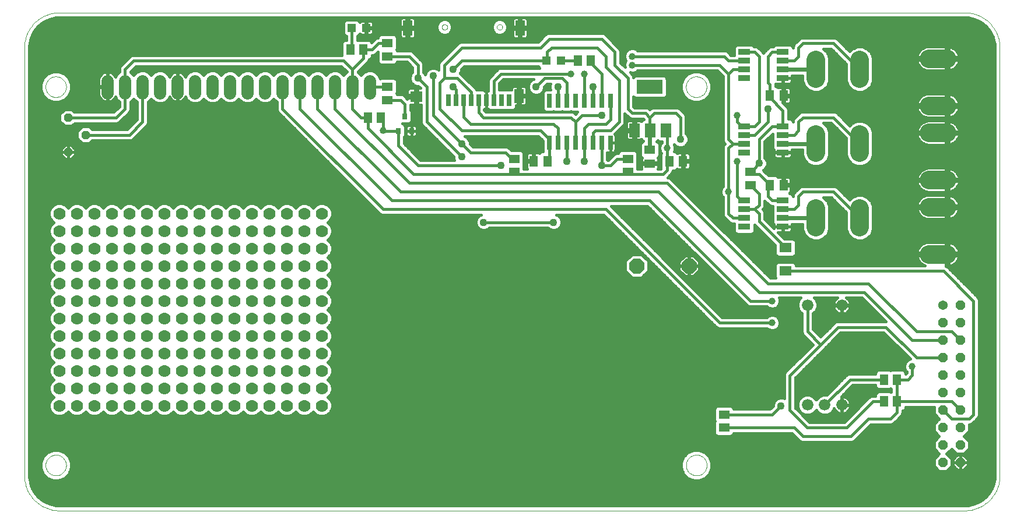
<source format=gtl>
G75*
G70*
%OFA0B0*%
%FSLAX24Y24*%
%IPPOS*%
%LPD*%
%AMOC8*
5,1,8,0,0,1.08239X$1,22.5*
%
%ADD10C,0.0000*%
%ADD11C,0.0700*%
%ADD12C,0.0660*%
%ADD13R,0.0512X0.0630*%
%ADD14R,0.0630X0.0512*%
%ADD15OC8,0.0480*%
%ADD16R,0.0315X0.0354*%
%ADD17C,0.0540*%
%ADD18OC8,0.0540*%
%ADD19R,0.0590X0.0790*%
%ADD20R,0.1500X0.0790*%
%ADD21R,0.0260X0.0800*%
%ADD22R,0.0472X0.0472*%
%ADD23R,0.0709X0.0551*%
%ADD24C,0.1050*%
%ADD25R,0.0700X0.0360*%
%ADD26R,0.0315X0.0709*%
%ADD27R,0.0551X0.0787*%
%ADD28R,0.0551X0.0866*%
%ADD29R,0.0709X0.0630*%
%ADD30OC8,0.0850*%
%ADD31C,0.0160*%
%ADD32C,0.0436*%
%ADD33C,0.1181*%
%ADD34C,0.0397*%
%ADD35C,0.0240*%
%ADD36C,0.0700*%
D10*
X002430Y003663D02*
X054180Y003663D01*
X054275Y003665D01*
X054370Y003672D01*
X054465Y003683D01*
X054559Y003699D01*
X054652Y003719D01*
X054743Y003744D01*
X054834Y003773D01*
X054923Y003806D01*
X055011Y003844D01*
X055096Y003885D01*
X055180Y003931D01*
X055261Y003980D01*
X055340Y004034D01*
X055416Y004091D01*
X055490Y004152D01*
X055560Y004216D01*
X055627Y004283D01*
X055691Y004353D01*
X055752Y004427D01*
X055809Y004503D01*
X055863Y004582D01*
X055912Y004663D01*
X055958Y004747D01*
X055999Y004832D01*
X056037Y004920D01*
X056070Y005009D01*
X056099Y005100D01*
X056124Y005191D01*
X056144Y005284D01*
X056160Y005378D01*
X056171Y005473D01*
X056178Y005568D01*
X056180Y005663D01*
X056180Y030163D01*
X056178Y030258D01*
X056171Y030353D01*
X056160Y030448D01*
X056144Y030542D01*
X056124Y030635D01*
X056099Y030726D01*
X056070Y030817D01*
X056037Y030906D01*
X055999Y030994D01*
X055958Y031079D01*
X055912Y031163D01*
X055863Y031244D01*
X055809Y031323D01*
X055752Y031399D01*
X055691Y031473D01*
X055627Y031543D01*
X055560Y031610D01*
X055490Y031674D01*
X055416Y031735D01*
X055340Y031792D01*
X055261Y031846D01*
X055180Y031895D01*
X055096Y031941D01*
X055011Y031982D01*
X054923Y032020D01*
X054834Y032053D01*
X054743Y032082D01*
X054652Y032107D01*
X054559Y032127D01*
X054465Y032143D01*
X054370Y032154D01*
X054275Y032161D01*
X054180Y032163D01*
X002430Y032163D01*
X002335Y032161D01*
X002240Y032154D01*
X002145Y032143D01*
X002051Y032127D01*
X001958Y032107D01*
X001867Y032082D01*
X001776Y032053D01*
X001687Y032020D01*
X001599Y031982D01*
X001514Y031941D01*
X001430Y031895D01*
X001349Y031846D01*
X001270Y031792D01*
X001194Y031735D01*
X001120Y031674D01*
X001050Y031610D01*
X000983Y031543D01*
X000919Y031473D01*
X000858Y031399D01*
X000801Y031323D01*
X000747Y031244D01*
X000698Y031163D01*
X000652Y031079D01*
X000611Y030994D01*
X000573Y030906D01*
X000540Y030817D01*
X000511Y030726D01*
X000486Y030635D01*
X000466Y030542D01*
X000450Y030448D01*
X000439Y030353D01*
X000432Y030258D01*
X000430Y030163D01*
X000430Y005663D01*
X001639Y006258D02*
X001641Y006306D01*
X001647Y006354D01*
X001657Y006401D01*
X001670Y006447D01*
X001688Y006492D01*
X001708Y006536D01*
X001733Y006578D01*
X001761Y006617D01*
X001791Y006654D01*
X001825Y006688D01*
X001862Y006720D01*
X001900Y006749D01*
X001941Y006774D01*
X001984Y006796D01*
X002029Y006814D01*
X002075Y006828D01*
X002122Y006839D01*
X002170Y006846D01*
X002218Y006849D01*
X002266Y006848D01*
X002314Y006843D01*
X002362Y006834D01*
X002408Y006822D01*
X002453Y006805D01*
X002497Y006785D01*
X002539Y006762D01*
X002579Y006735D01*
X002617Y006705D01*
X002652Y006672D01*
X002684Y006636D01*
X002714Y006598D01*
X002740Y006557D01*
X002762Y006514D01*
X002782Y006470D01*
X002797Y006425D01*
X002809Y006378D01*
X002817Y006330D01*
X002821Y006282D01*
X002821Y006234D01*
X002817Y006186D01*
X002809Y006138D01*
X002797Y006091D01*
X002782Y006046D01*
X002762Y006002D01*
X002740Y005959D01*
X002714Y005918D01*
X002684Y005880D01*
X002652Y005844D01*
X002617Y005811D01*
X002579Y005781D01*
X002539Y005754D01*
X002497Y005731D01*
X002453Y005711D01*
X002408Y005694D01*
X002362Y005682D01*
X002314Y005673D01*
X002266Y005668D01*
X002218Y005667D01*
X002170Y005670D01*
X002122Y005677D01*
X002075Y005688D01*
X002029Y005702D01*
X001984Y005720D01*
X001941Y005742D01*
X001900Y005767D01*
X001862Y005796D01*
X001825Y005828D01*
X001791Y005862D01*
X001761Y005899D01*
X001733Y005938D01*
X001708Y005980D01*
X001688Y006024D01*
X001670Y006069D01*
X001657Y006115D01*
X001647Y006162D01*
X001641Y006210D01*
X001639Y006258D01*
X000430Y005663D02*
X000432Y005568D01*
X000439Y005473D01*
X000450Y005378D01*
X000466Y005284D01*
X000486Y005191D01*
X000511Y005100D01*
X000540Y005009D01*
X000573Y004920D01*
X000611Y004832D01*
X000652Y004747D01*
X000698Y004663D01*
X000747Y004582D01*
X000801Y004503D01*
X000858Y004427D01*
X000919Y004353D01*
X000983Y004283D01*
X001050Y004216D01*
X001120Y004152D01*
X001194Y004091D01*
X001270Y004034D01*
X001349Y003980D01*
X001430Y003931D01*
X001514Y003885D01*
X001599Y003844D01*
X001687Y003806D01*
X001776Y003773D01*
X001867Y003744D01*
X001958Y003719D01*
X002051Y003699D01*
X002145Y003683D01*
X002240Y003672D01*
X002335Y003665D01*
X002430Y003663D01*
X038254Y006258D02*
X038256Y006306D01*
X038262Y006354D01*
X038272Y006401D01*
X038285Y006447D01*
X038303Y006492D01*
X038323Y006536D01*
X038348Y006578D01*
X038376Y006617D01*
X038406Y006654D01*
X038440Y006688D01*
X038477Y006720D01*
X038515Y006749D01*
X038556Y006774D01*
X038599Y006796D01*
X038644Y006814D01*
X038690Y006828D01*
X038737Y006839D01*
X038785Y006846D01*
X038833Y006849D01*
X038881Y006848D01*
X038929Y006843D01*
X038977Y006834D01*
X039023Y006822D01*
X039068Y006805D01*
X039112Y006785D01*
X039154Y006762D01*
X039194Y006735D01*
X039232Y006705D01*
X039267Y006672D01*
X039299Y006636D01*
X039329Y006598D01*
X039355Y006557D01*
X039377Y006514D01*
X039397Y006470D01*
X039412Y006425D01*
X039424Y006378D01*
X039432Y006330D01*
X039436Y006282D01*
X039436Y006234D01*
X039432Y006186D01*
X039424Y006138D01*
X039412Y006091D01*
X039397Y006046D01*
X039377Y006002D01*
X039355Y005959D01*
X039329Y005918D01*
X039299Y005880D01*
X039267Y005844D01*
X039232Y005811D01*
X039194Y005781D01*
X039154Y005754D01*
X039112Y005731D01*
X039068Y005711D01*
X039023Y005694D01*
X038977Y005682D01*
X038929Y005673D01*
X038881Y005668D01*
X038833Y005667D01*
X038785Y005670D01*
X038737Y005677D01*
X038690Y005688D01*
X038644Y005702D01*
X038599Y005720D01*
X038556Y005742D01*
X038515Y005767D01*
X038477Y005796D01*
X038440Y005828D01*
X038406Y005862D01*
X038376Y005899D01*
X038348Y005938D01*
X038323Y005980D01*
X038303Y006024D01*
X038285Y006069D01*
X038272Y006115D01*
X038262Y006162D01*
X038256Y006210D01*
X038254Y006258D01*
X038249Y027913D02*
X038251Y027961D01*
X038257Y028009D01*
X038267Y028056D01*
X038280Y028102D01*
X038298Y028147D01*
X038318Y028191D01*
X038343Y028233D01*
X038371Y028272D01*
X038401Y028309D01*
X038435Y028343D01*
X038472Y028375D01*
X038510Y028404D01*
X038551Y028429D01*
X038594Y028451D01*
X038639Y028469D01*
X038685Y028483D01*
X038732Y028494D01*
X038780Y028501D01*
X038828Y028504D01*
X038876Y028503D01*
X038924Y028498D01*
X038972Y028489D01*
X039018Y028477D01*
X039063Y028460D01*
X039107Y028440D01*
X039149Y028417D01*
X039189Y028390D01*
X039227Y028360D01*
X039262Y028327D01*
X039294Y028291D01*
X039324Y028253D01*
X039350Y028212D01*
X039372Y028169D01*
X039392Y028125D01*
X039407Y028080D01*
X039419Y028033D01*
X039427Y027985D01*
X039431Y027937D01*
X039431Y027889D01*
X039427Y027841D01*
X039419Y027793D01*
X039407Y027746D01*
X039392Y027701D01*
X039372Y027657D01*
X039350Y027614D01*
X039324Y027573D01*
X039294Y027535D01*
X039262Y027499D01*
X039227Y027466D01*
X039189Y027436D01*
X039149Y027409D01*
X039107Y027386D01*
X039063Y027366D01*
X039018Y027349D01*
X038972Y027337D01*
X038924Y027328D01*
X038876Y027323D01*
X038828Y027322D01*
X038780Y027325D01*
X038732Y027332D01*
X038685Y027343D01*
X038639Y027357D01*
X038594Y027375D01*
X038551Y027397D01*
X038510Y027422D01*
X038472Y027451D01*
X038435Y027483D01*
X038401Y027517D01*
X038371Y027554D01*
X038343Y027593D01*
X038318Y027635D01*
X038298Y027679D01*
X038280Y027724D01*
X038267Y027770D01*
X038257Y027817D01*
X038251Y027865D01*
X038249Y027913D01*
X027440Y031336D02*
X027442Y031361D01*
X027448Y031385D01*
X027457Y031407D01*
X027470Y031428D01*
X027486Y031447D01*
X027505Y031463D01*
X027526Y031476D01*
X027548Y031485D01*
X027572Y031491D01*
X027597Y031493D01*
X027622Y031491D01*
X027646Y031485D01*
X027668Y031476D01*
X027689Y031463D01*
X027708Y031447D01*
X027724Y031428D01*
X027737Y031407D01*
X027746Y031385D01*
X027752Y031361D01*
X027754Y031336D01*
X027752Y031311D01*
X027746Y031287D01*
X027737Y031265D01*
X027724Y031244D01*
X027708Y031225D01*
X027689Y031209D01*
X027668Y031196D01*
X027646Y031187D01*
X027622Y031181D01*
X027597Y031179D01*
X027572Y031181D01*
X027548Y031187D01*
X027526Y031196D01*
X027505Y031209D01*
X027486Y031225D01*
X027470Y031244D01*
X027457Y031265D01*
X027448Y031287D01*
X027442Y031311D01*
X027440Y031336D01*
X024291Y031336D02*
X024293Y031361D01*
X024299Y031385D01*
X024308Y031407D01*
X024321Y031428D01*
X024337Y031447D01*
X024356Y031463D01*
X024377Y031476D01*
X024399Y031485D01*
X024423Y031491D01*
X024448Y031493D01*
X024473Y031491D01*
X024497Y031485D01*
X024519Y031476D01*
X024540Y031463D01*
X024559Y031447D01*
X024575Y031428D01*
X024588Y031407D01*
X024597Y031385D01*
X024603Y031361D01*
X024605Y031336D01*
X024603Y031311D01*
X024597Y031287D01*
X024588Y031265D01*
X024575Y031244D01*
X024559Y031225D01*
X024540Y031209D01*
X024519Y031196D01*
X024497Y031187D01*
X024473Y031181D01*
X024448Y031179D01*
X024423Y031181D01*
X024399Y031187D01*
X024377Y031196D01*
X024356Y031209D01*
X024337Y031225D01*
X024321Y031244D01*
X024308Y031265D01*
X024299Y031287D01*
X024293Y031311D01*
X024291Y031336D01*
X001639Y027913D02*
X001641Y027961D01*
X001647Y028009D01*
X001657Y028056D01*
X001670Y028102D01*
X001688Y028147D01*
X001708Y028191D01*
X001733Y028233D01*
X001761Y028272D01*
X001791Y028309D01*
X001825Y028343D01*
X001862Y028375D01*
X001900Y028404D01*
X001941Y028429D01*
X001984Y028451D01*
X002029Y028469D01*
X002075Y028483D01*
X002122Y028494D01*
X002170Y028501D01*
X002218Y028504D01*
X002266Y028503D01*
X002314Y028498D01*
X002362Y028489D01*
X002408Y028477D01*
X002453Y028460D01*
X002497Y028440D01*
X002539Y028417D01*
X002579Y028390D01*
X002617Y028360D01*
X002652Y028327D01*
X002684Y028291D01*
X002714Y028253D01*
X002740Y028212D01*
X002762Y028169D01*
X002782Y028125D01*
X002797Y028080D01*
X002809Y028033D01*
X002817Y027985D01*
X002821Y027937D01*
X002821Y027889D01*
X002817Y027841D01*
X002809Y027793D01*
X002797Y027746D01*
X002782Y027701D01*
X002762Y027657D01*
X002740Y027614D01*
X002714Y027573D01*
X002684Y027535D01*
X002652Y027499D01*
X002617Y027466D01*
X002579Y027436D01*
X002539Y027409D01*
X002497Y027386D01*
X002453Y027366D01*
X002408Y027349D01*
X002362Y027337D01*
X002314Y027328D01*
X002266Y027323D01*
X002218Y027322D01*
X002170Y027325D01*
X002122Y027332D01*
X002075Y027343D01*
X002029Y027357D01*
X001984Y027375D01*
X001941Y027397D01*
X001900Y027422D01*
X001862Y027451D01*
X001825Y027483D01*
X001791Y027517D01*
X001761Y027554D01*
X001733Y027593D01*
X001708Y027635D01*
X001688Y027679D01*
X001670Y027724D01*
X001657Y027770D01*
X001647Y027817D01*
X001641Y027865D01*
X001639Y027913D01*
D11*
X005178Y027566D02*
X005178Y028266D01*
X006178Y028266D02*
X006178Y027566D01*
X007178Y027566D02*
X007178Y028266D01*
X008178Y028266D02*
X008178Y027566D01*
X009178Y027566D02*
X009178Y028266D01*
X010178Y028266D02*
X010178Y027566D01*
X011178Y027566D02*
X011178Y028266D01*
X012178Y028266D02*
X012178Y027566D01*
X013178Y027566D02*
X013178Y028266D01*
X014178Y028266D02*
X014178Y027566D01*
X015178Y027566D02*
X015178Y028266D01*
X016178Y028266D02*
X016178Y027566D01*
X017178Y027566D02*
X017178Y028266D01*
X018178Y028266D02*
X018178Y027566D01*
X019178Y027566D02*
X019178Y028266D01*
X020178Y028266D02*
X020178Y027566D01*
D12*
X045196Y015419D03*
X047164Y015419D03*
X047164Y009710D03*
X046180Y009710D03*
X045196Y009710D03*
D13*
X049556Y009913D03*
X050304Y009913D03*
X050304Y011163D03*
X049556Y011163D03*
X043824Y022288D03*
X043036Y022288D03*
X038074Y023663D03*
X037286Y023663D03*
X043036Y027413D03*
X043824Y027413D03*
X032804Y029413D03*
X032056Y029413D03*
X030324Y023663D03*
X029536Y023663D03*
X020804Y026163D03*
X020056Y026163D03*
X019804Y030038D03*
X019056Y030038D03*
D14*
X021180Y030412D03*
X021180Y029664D03*
X021180Y027912D03*
X021180Y027164D03*
X028430Y023787D03*
X028430Y023039D03*
X034930Y023039D03*
X034930Y023787D03*
X036180Y023519D03*
X036180Y024307D03*
X041930Y023037D03*
X041930Y022289D03*
X040430Y009162D03*
X040430Y008414D03*
D15*
X003930Y025163D03*
X002930Y026153D03*
X002930Y024173D03*
D16*
X021806Y025394D03*
X022554Y025394D03*
X022180Y026221D03*
D17*
X052930Y015413D03*
D18*
X053930Y015413D03*
X053930Y014413D03*
X052930Y014413D03*
X052930Y013413D03*
X053930Y013413D03*
X053930Y012413D03*
X052930Y012413D03*
X052930Y011413D03*
X053930Y011413D03*
X053930Y010413D03*
X052930Y010413D03*
X052930Y009413D03*
X053930Y009413D03*
X053930Y008413D03*
X052930Y008413D03*
X052930Y007413D03*
X053930Y007413D03*
X053930Y006413D03*
X052930Y006413D03*
D19*
X037090Y025423D03*
X036190Y025423D03*
X035290Y025423D03*
D20*
X036180Y027903D03*
D21*
X033930Y027123D03*
X033430Y027123D03*
X032930Y027123D03*
X032430Y027123D03*
X031930Y027123D03*
X031430Y027123D03*
X030930Y027123D03*
X030430Y027123D03*
X030430Y024703D03*
X030930Y024703D03*
X031430Y024703D03*
X031930Y024703D03*
X032430Y024703D03*
X032930Y024703D03*
X033430Y024703D03*
X033930Y024703D03*
D22*
X031093Y029413D03*
X030267Y029413D03*
X019968Y031288D03*
X019142Y031288D03*
D23*
X043930Y018707D03*
X043930Y017369D03*
D24*
X045680Y019888D02*
X045680Y020938D01*
X048180Y020938D02*
X048180Y019888D01*
X052130Y021033D02*
X053180Y021033D01*
X053180Y022583D02*
X052130Y022583D01*
X048180Y024138D02*
X048180Y025188D01*
X045680Y025188D02*
X045680Y024138D01*
X052130Y025283D02*
X053180Y025283D01*
X053180Y026833D02*
X052130Y026833D01*
X048180Y028388D02*
X048180Y029438D01*
X045680Y029438D02*
X045680Y028388D01*
X052130Y029533D02*
X053180Y029533D01*
X053180Y018333D02*
X052130Y018333D01*
D25*
X043780Y019913D03*
X043780Y020413D03*
X043780Y020913D03*
X043780Y021413D03*
X041580Y021413D03*
X041580Y020913D03*
X041580Y020413D03*
X041580Y019913D03*
X041580Y024163D03*
X041580Y024663D03*
X041580Y025163D03*
X041580Y025663D03*
X043780Y025663D03*
X043780Y025163D03*
X043780Y024663D03*
X043780Y024163D03*
X043780Y028413D03*
X043780Y028913D03*
X043780Y029413D03*
X043780Y029913D03*
X041580Y029913D03*
X041580Y029413D03*
X041580Y028913D03*
X041580Y028413D03*
D26*
X028129Y027163D03*
X027696Y027163D03*
X027263Y027163D03*
X026830Y027163D03*
X026397Y027163D03*
X025963Y027163D03*
X025530Y027163D03*
X025097Y027163D03*
X024664Y027163D03*
D27*
X028700Y027399D03*
D28*
X028759Y031277D03*
X022341Y031277D03*
D29*
X022834Y027360D03*
D30*
X035430Y017663D03*
X038430Y017663D03*
D31*
X038450Y017683D02*
X039015Y017683D01*
X039015Y017905D01*
X038672Y018248D01*
X038450Y018248D01*
X038450Y017683D01*
X038410Y017683D01*
X038410Y018248D01*
X038188Y018248D01*
X037845Y017905D01*
X037845Y017683D01*
X038410Y017683D01*
X038410Y017643D01*
X037845Y017643D01*
X037845Y017421D01*
X038188Y017078D01*
X038410Y017078D01*
X038410Y017643D01*
X038450Y017643D01*
X038450Y017683D01*
X038450Y017643D02*
X039015Y017643D01*
X039015Y017421D01*
X038672Y017078D01*
X038450Y017078D01*
X038450Y017643D01*
X038450Y017611D02*
X038410Y017611D01*
X038410Y017453D02*
X038450Y017453D01*
X038450Y017294D02*
X038410Y017294D01*
X038410Y017136D02*
X038450Y017136D01*
X038730Y017136D02*
X040005Y017136D01*
X039846Y017294D02*
X038888Y017294D01*
X039015Y017453D02*
X039688Y017453D01*
X039529Y017611D02*
X039015Y017611D01*
X039015Y017770D02*
X039371Y017770D01*
X039212Y017928D02*
X038992Y017928D01*
X039054Y018087D02*
X038834Y018087D01*
X038895Y018245D02*
X038675Y018245D01*
X038737Y018404D02*
X036642Y018404D01*
X036484Y018562D02*
X038578Y018562D01*
X038420Y018721D02*
X036325Y018721D01*
X036167Y018879D02*
X038261Y018879D01*
X038103Y019038D02*
X036008Y019038D01*
X035850Y019196D02*
X037944Y019196D01*
X037786Y019355D02*
X035691Y019355D01*
X035533Y019513D02*
X037627Y019513D01*
X037469Y019672D02*
X035374Y019672D01*
X035216Y019830D02*
X037310Y019830D01*
X037152Y019989D02*
X035057Y019989D01*
X034899Y020147D02*
X036993Y020147D01*
X036835Y020306D02*
X034740Y020306D01*
X034582Y020464D02*
X036676Y020464D01*
X036518Y020623D02*
X034423Y020623D01*
X034265Y020781D02*
X036359Y020781D01*
X036201Y020940D02*
X034106Y020940D01*
X033953Y021093D02*
X036047Y021093D01*
X041659Y015482D01*
X041749Y015392D01*
X041866Y015343D01*
X042880Y015343D01*
X042932Y015291D01*
X043093Y015225D01*
X043267Y015225D01*
X043428Y015291D01*
X043552Y015415D01*
X043618Y015576D01*
X043618Y015750D01*
X043580Y015843D01*
X044814Y015843D01*
X044713Y015742D01*
X044626Y015532D01*
X044626Y015306D01*
X044713Y015096D01*
X044873Y014936D01*
X044876Y014934D01*
X044876Y013849D01*
X044924Y013732D01*
X045493Y013163D01*
X043999Y011669D01*
X043909Y011579D01*
X043860Y011461D01*
X043860Y010084D01*
X043771Y010121D01*
X043589Y010121D01*
X043421Y010051D01*
X043292Y009922D01*
X043222Y009754D01*
X043222Y009657D01*
X043046Y009482D01*
X040978Y009482D01*
X040948Y009554D01*
X040881Y009621D01*
X040793Y009658D01*
X040067Y009658D01*
X039979Y009621D01*
X039912Y009554D01*
X039875Y009466D01*
X039875Y008858D01*
X039904Y008788D01*
X039875Y008718D01*
X039875Y008110D01*
X039912Y008022D01*
X039979Y007955D01*
X040067Y007918D01*
X040793Y007918D01*
X040881Y007955D01*
X040948Y008022D01*
X040978Y008094D01*
X044296Y008094D01*
X044659Y007732D01*
X044749Y007642D01*
X044866Y007593D01*
X047744Y007593D01*
X047861Y007642D01*
X048813Y008593D01*
X049994Y008593D01*
X050111Y008642D01*
X050201Y008732D01*
X050575Y009106D01*
X050624Y009223D01*
X050624Y009365D01*
X050696Y009395D01*
X050763Y009462D01*
X050800Y009550D01*
X050800Y009593D01*
X052420Y009593D01*
X052420Y009202D01*
X052709Y008913D01*
X052420Y008624D01*
X052420Y008202D01*
X052709Y007913D01*
X052420Y007624D01*
X052420Y007202D01*
X052709Y006913D01*
X052420Y006624D01*
X052420Y006202D01*
X052719Y005903D01*
X053141Y005903D01*
X053440Y006202D01*
X053440Y006624D01*
X053151Y006913D01*
X053430Y007192D01*
X053719Y006903D01*
X054141Y006903D01*
X054440Y007202D01*
X054440Y007624D01*
X054151Y007913D01*
X054440Y008202D01*
X054440Y008593D01*
X054494Y008593D01*
X054611Y008642D01*
X054701Y008732D01*
X054951Y008982D01*
X055000Y009099D01*
X055000Y015727D01*
X054951Y015844D01*
X054861Y015934D01*
X053156Y017640D01*
X053100Y017663D01*
X053100Y018253D01*
X051450Y018253D01*
X051457Y018199D01*
X051480Y018112D01*
X051514Y018029D01*
X051559Y017952D01*
X051614Y017880D01*
X051677Y017817D01*
X051749Y017762D01*
X051826Y017717D01*
X051895Y017689D01*
X044524Y017689D01*
X044524Y017692D01*
X044488Y017780D01*
X044420Y017848D01*
X044332Y017884D01*
X043528Y017884D01*
X043440Y017848D01*
X043372Y017780D01*
X043336Y017692D01*
X043336Y017045D01*
X043362Y016983D01*
X043063Y016983D01*
X037451Y022594D01*
X037361Y022684D01*
X037244Y022733D01*
X037203Y022733D01*
X037361Y022892D01*
X037451Y022982D01*
X037500Y023099D01*
X037500Y023108D01*
X037590Y023108D01*
X037678Y023145D01*
X037741Y023208D01*
X037756Y023199D01*
X037797Y023188D01*
X038026Y023188D01*
X038026Y023615D01*
X038122Y023615D01*
X038122Y023711D01*
X038490Y023711D01*
X038490Y023999D01*
X038479Y024040D01*
X038458Y024076D01*
X038428Y024106D01*
X038391Y024127D01*
X038351Y024138D01*
X038122Y024138D01*
X038122Y023711D01*
X038026Y023711D01*
X038026Y024138D01*
X037797Y024138D01*
X037756Y024127D01*
X037741Y024118D01*
X037678Y024181D01*
X037590Y024218D01*
X037574Y024218D01*
X037618Y024326D01*
X037618Y024500D01*
X037564Y024631D01*
X037671Y024525D01*
X037839Y024455D01*
X038021Y024455D01*
X038189Y024525D01*
X038318Y024653D01*
X038388Y024822D01*
X038388Y025004D01*
X038318Y025172D01*
X038250Y025241D01*
X038250Y026227D01*
X038201Y026344D01*
X038111Y026434D01*
X037861Y026684D01*
X037744Y026733D01*
X036366Y026733D01*
X036249Y026684D01*
X036180Y026616D01*
X036111Y026684D01*
X035994Y026733D01*
X035313Y026733D01*
X035250Y026796D01*
X035250Y027349D01*
X035294Y027305D01*
X035382Y027268D01*
X036978Y027268D01*
X037066Y027305D01*
X037133Y027372D01*
X037170Y027460D01*
X037170Y028346D01*
X037133Y028434D01*
X037066Y028501D01*
X036978Y028538D01*
X035382Y028538D01*
X035294Y028501D01*
X035250Y028457D01*
X035250Y028477D01*
X035201Y028594D01*
X035056Y028740D01*
X035093Y028725D01*
X035267Y028725D01*
X035428Y028791D01*
X035480Y028843D01*
X040047Y028843D01*
X040360Y028530D01*
X040360Y024849D01*
X040409Y024732D01*
X040477Y024663D01*
X040409Y024594D01*
X040360Y024477D01*
X040360Y022213D01*
X040308Y022161D01*
X040242Y022000D01*
X040242Y021826D01*
X040308Y021665D01*
X040360Y021613D01*
X040360Y020599D01*
X040409Y020482D01*
X040499Y020392D01*
X040749Y020142D01*
X040866Y020093D01*
X040990Y020093D01*
X040990Y019685D01*
X041027Y019597D01*
X041094Y019530D01*
X041182Y019493D01*
X041978Y019493D01*
X042066Y019530D01*
X042133Y019597D01*
X042170Y019685D01*
X042170Y020015D01*
X043336Y018849D01*
X043336Y018384D01*
X043372Y018296D01*
X043440Y018228D01*
X043528Y018192D01*
X044332Y018192D01*
X044420Y018228D01*
X044488Y018296D01*
X044524Y018384D01*
X044524Y019031D01*
X044488Y019119D01*
X044420Y019186D01*
X044332Y019223D01*
X043867Y019223D01*
X043517Y019573D01*
X043770Y019573D01*
X043770Y019903D01*
X043270Y019903D01*
X043270Y019820D01*
X042750Y020340D01*
X042750Y020727D01*
X042701Y020844D01*
X042633Y020913D01*
X042701Y020982D01*
X042750Y021099D01*
X042750Y021390D01*
X042999Y021142D01*
X043116Y021093D01*
X043190Y021093D01*
X043190Y020685D01*
X043199Y020663D01*
X043190Y020641D01*
X043190Y020185D01*
X043227Y020097D01*
X043270Y020054D01*
X043270Y019923D01*
X043770Y019923D01*
X043770Y019903D01*
X043790Y019903D01*
X043790Y019923D01*
X044290Y019923D01*
X044290Y020053D01*
X044915Y020053D01*
X044915Y019736D01*
X045031Y019455D01*
X045247Y019239D01*
X045528Y019123D01*
X045832Y019123D01*
X046113Y019239D01*
X046329Y019455D01*
X046445Y019736D01*
X046445Y021090D01*
X046329Y021371D01*
X046113Y021587D01*
X046098Y021593D01*
X046547Y021593D01*
X047415Y020725D01*
X047415Y019736D01*
X047531Y019455D01*
X047747Y019239D01*
X048028Y019123D01*
X048332Y019123D01*
X048613Y019239D01*
X048829Y019455D01*
X048945Y019736D01*
X048945Y021090D01*
X048829Y021371D01*
X048613Y021587D01*
X048332Y021703D01*
X048028Y021703D01*
X047747Y021587D01*
X047603Y021443D01*
X046861Y022184D01*
X046744Y022233D01*
X044866Y022233D01*
X044749Y022184D01*
X044659Y022094D01*
X044409Y021844D01*
X044360Y021727D01*
X044360Y021665D01*
X044333Y021729D01*
X044266Y021796D01*
X044178Y021833D01*
X044157Y021833D01*
X044178Y021845D01*
X044208Y021875D01*
X044229Y021911D01*
X044240Y021952D01*
X044240Y022240D01*
X043872Y022240D01*
X043872Y022336D01*
X044240Y022336D01*
X044240Y022624D01*
X044229Y022665D01*
X044208Y022701D01*
X044178Y022731D01*
X044141Y022752D01*
X044101Y022763D01*
X043872Y022763D01*
X043872Y022336D01*
X043776Y022336D01*
X043776Y022763D01*
X043547Y022763D01*
X043506Y022752D01*
X043491Y022743D01*
X043428Y022806D01*
X043340Y022843D01*
X042953Y022843D01*
X042701Y023094D01*
X042659Y023137D01*
X042689Y023150D01*
X042818Y023278D01*
X042888Y023447D01*
X042888Y023629D01*
X042818Y023797D01*
X042750Y023866D01*
X042750Y024780D01*
X043190Y025220D01*
X043190Y024935D01*
X043199Y024913D01*
X043190Y024891D01*
X043190Y024435D01*
X043227Y024347D01*
X043270Y024304D01*
X043270Y024173D01*
X043770Y024173D01*
X043770Y024153D01*
X043270Y024153D01*
X043270Y023962D01*
X043281Y023921D01*
X043302Y023885D01*
X043332Y023855D01*
X043368Y023834D01*
X043409Y023823D01*
X043770Y023823D01*
X043770Y024153D01*
X043790Y024153D01*
X043790Y024173D01*
X044290Y024173D01*
X044290Y024303D01*
X044915Y024303D01*
X044915Y023986D01*
X045031Y023705D01*
X045247Y023489D01*
X045528Y023373D01*
X045832Y023373D01*
X046113Y023489D01*
X046329Y023705D01*
X046445Y023986D01*
X046445Y025340D01*
X046329Y025621D01*
X046113Y025837D01*
X046098Y025843D01*
X046547Y025843D01*
X047415Y024975D01*
X047415Y023986D01*
X047531Y023705D01*
X047747Y023489D01*
X048028Y023373D01*
X048332Y023373D01*
X048613Y023489D01*
X048829Y023705D01*
X048945Y023986D01*
X048945Y025340D01*
X048829Y025621D01*
X048613Y025837D01*
X048332Y025953D01*
X048028Y025953D01*
X047747Y025837D01*
X047603Y025693D01*
X046861Y026434D01*
X046744Y026483D01*
X044866Y026483D01*
X044749Y026434D01*
X044659Y026344D01*
X044409Y026094D01*
X044360Y025977D01*
X044360Y025915D01*
X044333Y025979D01*
X044266Y026046D01*
X044178Y026083D01*
X044100Y026083D01*
X044100Y026627D01*
X044051Y026744D01*
X043776Y027020D01*
X043776Y027365D01*
X043872Y027365D01*
X043872Y027461D01*
X044240Y027461D01*
X044240Y027749D01*
X044229Y027790D01*
X044208Y027826D01*
X044178Y027856D01*
X044141Y027877D01*
X044101Y027888D01*
X043872Y027888D01*
X043872Y027461D01*
X043776Y027461D01*
X043776Y027888D01*
X043547Y027888D01*
X043506Y027877D01*
X043491Y027868D01*
X043428Y027931D01*
X043356Y027961D01*
X043356Y028091D01*
X043368Y028084D01*
X043409Y028073D01*
X043770Y028073D01*
X043770Y028403D01*
X043790Y028403D01*
X043790Y028423D01*
X044290Y028423D01*
X044290Y028553D01*
X044915Y028553D01*
X044915Y028236D01*
X045031Y027955D01*
X045247Y027739D01*
X045528Y027623D01*
X045832Y027623D01*
X046113Y027739D01*
X046329Y027955D01*
X046445Y028236D01*
X046445Y029590D01*
X046329Y029871D01*
X046113Y030087D01*
X046098Y030093D01*
X046547Y030093D01*
X047415Y029225D01*
X047415Y028236D01*
X047531Y027955D01*
X047747Y027739D01*
X048028Y027623D01*
X048332Y027623D01*
X048613Y027739D01*
X048829Y027955D01*
X048945Y028236D01*
X048945Y029590D01*
X048829Y029871D01*
X048613Y030087D01*
X048332Y030203D01*
X048028Y030203D01*
X047747Y030087D01*
X047603Y029943D01*
X046861Y030684D01*
X046744Y030733D01*
X044866Y030733D01*
X044749Y030684D01*
X044659Y030594D01*
X044409Y030344D01*
X044360Y030227D01*
X044360Y030165D01*
X044333Y030229D01*
X044266Y030296D01*
X044178Y030333D01*
X043382Y030333D01*
X043294Y030296D01*
X043231Y030233D01*
X043116Y030233D01*
X042999Y030184D01*
X042749Y029934D01*
X042680Y029866D01*
X042611Y029934D01*
X042361Y030184D01*
X042244Y030233D01*
X042129Y030233D01*
X042066Y030296D01*
X041978Y030333D01*
X041182Y030333D01*
X041094Y030296D01*
X041027Y030229D01*
X040990Y030141D01*
X040990Y029733D01*
X040813Y029733D01*
X040701Y029844D01*
X040611Y029934D01*
X040494Y029983D01*
X035480Y029983D01*
X035428Y030035D01*
X035267Y030101D01*
X035093Y030101D01*
X034932Y030035D01*
X034808Y029911D01*
X034742Y029750D01*
X034742Y029576D01*
X034808Y029415D01*
X034810Y029413D01*
X034808Y029411D01*
X034742Y029250D01*
X034742Y029076D01*
X034757Y029039D01*
X034500Y029296D01*
X034500Y029977D01*
X034451Y030094D01*
X033701Y030844D01*
X033611Y030934D01*
X033494Y030983D01*
X030366Y030983D01*
X030249Y030934D01*
X029797Y030483D01*
X025366Y030483D01*
X025249Y030434D01*
X025159Y030344D01*
X024159Y029344D01*
X024110Y029227D01*
X024110Y028881D01*
X024064Y028926D01*
X023896Y028996D01*
X023714Y028996D01*
X023546Y028926D01*
X023417Y028797D01*
X023347Y028629D01*
X023347Y028604D01*
X023318Y028672D01*
X023250Y028741D01*
X023250Y029227D01*
X023201Y029344D01*
X023111Y029434D01*
X022610Y029935D01*
X022493Y029984D01*
X021728Y029984D01*
X021706Y030038D01*
X021735Y030108D01*
X021735Y030716D01*
X021698Y030804D01*
X021631Y030871D01*
X021543Y030908D01*
X020817Y030908D01*
X020729Y030871D01*
X020662Y030804D01*
X020632Y030733D01*
X020616Y030733D01*
X020499Y030684D01*
X020409Y030594D01*
X020275Y030461D01*
X020263Y030489D01*
X020196Y030556D01*
X020108Y030593D01*
X019500Y030593D01*
X019462Y030577D01*
X019462Y030827D01*
X019514Y030848D01*
X019581Y030916D01*
X019600Y030961D01*
X019604Y030954D01*
X019634Y030924D01*
X019670Y030903D01*
X019711Y030892D01*
X019930Y030892D01*
X019930Y031250D01*
X020006Y031250D01*
X020006Y030892D01*
X020226Y030892D01*
X020266Y030903D01*
X020303Y030924D01*
X020333Y030954D01*
X020354Y030990D01*
X020365Y031031D01*
X020365Y031250D01*
X020007Y031250D01*
X020007Y031326D01*
X020365Y031326D01*
X020365Y031545D01*
X020354Y031586D01*
X020333Y031622D01*
X020303Y031652D01*
X020266Y031673D01*
X020226Y031684D01*
X020006Y031684D01*
X020006Y031326D01*
X019930Y031326D01*
X019930Y031684D01*
X019711Y031684D01*
X019670Y031673D01*
X019634Y031652D01*
X019604Y031622D01*
X019600Y031615D01*
X019581Y031660D01*
X019514Y031728D01*
X019426Y031764D01*
X018858Y031764D01*
X018769Y031728D01*
X018702Y031660D01*
X018665Y031572D01*
X018665Y031004D01*
X018702Y030916D01*
X018769Y030848D01*
X018822Y030827D01*
X018822Y030593D01*
X018752Y030593D01*
X018664Y030556D01*
X018597Y030489D01*
X018560Y030401D01*
X018560Y029733D01*
X006616Y029733D01*
X006499Y029684D01*
X006409Y029594D01*
X005907Y029092D01*
X005858Y028975D01*
X005858Y028772D01*
X005844Y028766D01*
X005678Y028600D01*
X005634Y028494D01*
X005614Y028533D01*
X005567Y028598D01*
X005510Y028655D01*
X005445Y028702D01*
X005374Y028738D01*
X005297Y028763D01*
X005218Y028776D01*
X005198Y028776D01*
X005198Y027936D01*
X005158Y027936D01*
X005158Y028776D01*
X005138Y028776D01*
X005059Y028763D01*
X004982Y028738D01*
X004911Y028702D01*
X004846Y028655D01*
X004789Y028598D01*
X004742Y028533D01*
X004705Y028462D01*
X004681Y028385D01*
X004668Y028306D01*
X004668Y027936D01*
X005158Y027936D01*
X005158Y027896D01*
X004668Y027896D01*
X004668Y027526D01*
X004681Y027446D01*
X004705Y027370D01*
X004742Y027298D01*
X004789Y027234D01*
X004846Y027177D01*
X004911Y027130D01*
X004982Y027093D01*
X005059Y027068D01*
X005138Y027056D01*
X005158Y027056D01*
X005158Y027896D01*
X005198Y027896D01*
X005198Y027056D01*
X005218Y027056D01*
X005297Y027068D01*
X005374Y027093D01*
X005445Y027130D01*
X005510Y027177D01*
X005567Y027234D01*
X005614Y027298D01*
X005634Y027337D01*
X005678Y027232D01*
X005844Y027066D01*
X005860Y027059D01*
X005860Y026796D01*
X005537Y026473D01*
X003289Y026473D01*
X003129Y026633D01*
X002731Y026633D01*
X002450Y026352D01*
X002450Y025954D01*
X002731Y025673D01*
X003129Y025673D01*
X003289Y025833D01*
X005734Y025833D01*
X005851Y025882D01*
X006361Y026392D01*
X006451Y026482D01*
X006500Y026599D01*
X006500Y027061D01*
X006512Y027066D01*
X006678Y027231D01*
X006844Y027066D01*
X006860Y027059D01*
X006860Y026046D01*
X006297Y025483D01*
X004289Y025483D01*
X004129Y025643D01*
X003731Y025643D01*
X003450Y025362D01*
X003450Y024964D01*
X003731Y024683D01*
X004129Y024683D01*
X004289Y024843D01*
X006494Y024843D01*
X006611Y024892D01*
X007361Y025642D01*
X007451Y025732D01*
X007500Y025849D01*
X007500Y027061D01*
X007512Y027066D01*
X007678Y027231D01*
X007844Y027066D01*
X008061Y026976D01*
X008295Y026976D01*
X008512Y027066D01*
X008678Y027232D01*
X008722Y027337D01*
X008742Y027298D01*
X008789Y027234D01*
X008846Y027177D01*
X008911Y027130D01*
X008982Y027093D01*
X009059Y027068D01*
X009138Y027056D01*
X009158Y027056D01*
X009158Y027896D01*
X009198Y027896D01*
X009198Y027056D01*
X009218Y027056D01*
X009297Y027068D01*
X009374Y027093D01*
X009445Y027130D01*
X009510Y027177D01*
X009567Y027234D01*
X009614Y027298D01*
X009634Y027337D01*
X009678Y027232D01*
X009844Y027066D01*
X010061Y026976D01*
X010295Y026976D01*
X010512Y027066D01*
X010678Y027231D01*
X010844Y027066D01*
X011061Y026976D01*
X011295Y026976D01*
X011512Y027066D01*
X011678Y027231D01*
X011844Y027066D01*
X012061Y026976D01*
X012295Y026976D01*
X012512Y027066D01*
X012678Y027231D01*
X012844Y027066D01*
X013061Y026976D01*
X013295Y026976D01*
X013512Y027066D01*
X013678Y027231D01*
X013844Y027066D01*
X014061Y026976D01*
X014295Y026976D01*
X014512Y027066D01*
X014678Y027231D01*
X014844Y027066D01*
X014858Y027060D01*
X014858Y026601D01*
X014907Y026484D01*
X020659Y020732D01*
X020749Y020642D01*
X020866Y020593D01*
X026521Y020593D01*
X026421Y020551D01*
X026292Y020422D01*
X026222Y020254D01*
X026222Y020072D01*
X026292Y019903D01*
X026421Y019775D01*
X026589Y019705D01*
X026771Y019705D01*
X026939Y019775D01*
X027008Y019843D01*
X030352Y019843D01*
X030421Y019775D01*
X030589Y019705D01*
X030771Y019705D01*
X030939Y019775D01*
X031068Y019903D01*
X031138Y020072D01*
X031138Y020254D01*
X031068Y020422D01*
X030939Y020551D01*
X030839Y020593D01*
X033547Y020593D01*
X039909Y014232D01*
X039999Y014142D01*
X040116Y014093D01*
X042880Y014093D01*
X042932Y014041D01*
X043093Y013975D01*
X043267Y013975D01*
X043428Y014041D01*
X043552Y014165D01*
X043618Y014326D01*
X043618Y014500D01*
X043552Y014661D01*
X043428Y014785D01*
X043267Y014851D01*
X043093Y014851D01*
X042932Y014785D01*
X042880Y014733D01*
X040313Y014733D01*
X033953Y021093D01*
X033680Y020913D02*
X040180Y014413D01*
X043180Y014413D01*
X043577Y014600D02*
X044876Y014600D01*
X044876Y014758D02*
X043455Y014758D01*
X043618Y014441D02*
X044876Y014441D01*
X044876Y014283D02*
X043600Y014283D01*
X043511Y014124D02*
X044876Y014124D01*
X044876Y013966D02*
X017943Y013966D01*
X017930Y013997D02*
X017764Y014163D01*
X017930Y014329D01*
X018020Y014546D01*
X018020Y014780D01*
X017930Y014997D01*
X017764Y015163D01*
X017930Y015329D01*
X018020Y015546D01*
X018020Y015780D01*
X017930Y015997D01*
X017764Y016163D01*
X017930Y016329D01*
X018020Y016546D01*
X018020Y016780D01*
X017930Y016997D01*
X017764Y017163D01*
X017930Y017329D01*
X018020Y017546D01*
X018020Y017780D01*
X017930Y017997D01*
X017764Y018163D01*
X017930Y018329D01*
X018020Y018546D01*
X018020Y018780D01*
X017930Y018997D01*
X017764Y019163D01*
X017930Y019329D01*
X018020Y019546D01*
X018020Y019780D01*
X017930Y019997D01*
X017764Y020163D01*
X017930Y020329D01*
X018020Y020546D01*
X018020Y020780D01*
X017930Y020997D01*
X017764Y021163D01*
X017547Y021253D01*
X017313Y021253D01*
X017096Y021163D01*
X016930Y020997D01*
X016764Y021163D01*
X016547Y021253D01*
X016313Y021253D01*
X016096Y021163D01*
X015930Y020997D01*
X015764Y021163D01*
X015547Y021253D01*
X015313Y021253D01*
X015096Y021163D01*
X014930Y020997D01*
X014764Y021163D01*
X014547Y021253D01*
X014313Y021253D01*
X014096Y021163D01*
X013930Y020997D01*
X013764Y021163D01*
X013547Y021253D01*
X013313Y021253D01*
X013096Y021163D01*
X012930Y020997D01*
X012764Y021163D01*
X012547Y021253D01*
X012313Y021253D01*
X012096Y021163D01*
X011930Y020997D01*
X011764Y021163D01*
X011547Y021253D01*
X011313Y021253D01*
X011096Y021163D01*
X010930Y020997D01*
X010764Y021163D01*
X010547Y021253D01*
X010313Y021253D01*
X010096Y021163D01*
X009930Y020997D01*
X009764Y021163D01*
X009547Y021253D01*
X009313Y021253D01*
X009096Y021163D01*
X008930Y020997D01*
X008764Y021163D01*
X008547Y021253D01*
X008313Y021253D01*
X008096Y021163D01*
X007930Y020997D01*
X007764Y021163D01*
X007547Y021253D01*
X007313Y021253D01*
X007096Y021163D01*
X006930Y020997D01*
X006764Y021163D01*
X006547Y021253D01*
X006313Y021253D01*
X006096Y021163D01*
X005930Y020997D01*
X005764Y021163D01*
X005547Y021253D01*
X005313Y021253D01*
X005096Y021163D01*
X004930Y020997D01*
X004764Y021163D01*
X004547Y021253D01*
X004313Y021253D01*
X004096Y021163D01*
X003930Y020997D01*
X003764Y021163D01*
X003547Y021253D01*
X003313Y021253D01*
X003096Y021163D01*
X002930Y020997D01*
X002764Y021163D01*
X002547Y021253D01*
X002313Y021253D01*
X002096Y021163D01*
X001930Y020997D01*
X001840Y020780D01*
X001840Y020546D01*
X001930Y020329D01*
X002096Y020163D01*
X001930Y019997D01*
X001840Y019780D01*
X001840Y019546D01*
X001930Y019329D01*
X002096Y019163D01*
X001930Y018997D01*
X001840Y018780D01*
X001840Y018546D01*
X001930Y018329D01*
X002096Y018163D01*
X001930Y017997D01*
X001840Y017780D01*
X001840Y017546D01*
X001930Y017329D01*
X002096Y017163D01*
X001930Y016997D01*
X001840Y016780D01*
X001840Y016546D01*
X001930Y016329D01*
X002096Y016163D01*
X001930Y015997D01*
X001840Y015780D01*
X001840Y015546D01*
X001930Y015329D01*
X002096Y015163D01*
X001930Y014997D01*
X001840Y014780D01*
X001840Y014546D01*
X001930Y014329D01*
X002096Y014163D01*
X001930Y013997D01*
X001840Y013780D01*
X001840Y013546D01*
X001930Y013329D01*
X002096Y013163D01*
X001930Y012997D01*
X001840Y012780D01*
X001840Y012546D01*
X001930Y012329D01*
X002096Y012163D01*
X001930Y011997D01*
X001840Y011780D01*
X001840Y011546D01*
X001930Y011329D01*
X002096Y011163D01*
X001930Y010997D01*
X001840Y010780D01*
X001840Y010546D01*
X001930Y010329D01*
X002096Y010163D01*
X001930Y009997D01*
X001840Y009780D01*
X001840Y009546D01*
X001930Y009329D01*
X002096Y009163D01*
X002313Y009073D01*
X002547Y009073D01*
X002764Y009163D01*
X002930Y009329D01*
X003096Y009163D01*
X003313Y009073D01*
X003547Y009073D01*
X003764Y009163D01*
X003930Y009329D01*
X004096Y009163D01*
X004313Y009073D01*
X004547Y009073D01*
X004764Y009163D01*
X004930Y009329D01*
X005096Y009163D01*
X005313Y009073D01*
X005547Y009073D01*
X005764Y009163D01*
X005930Y009329D01*
X006096Y009163D01*
X006313Y009073D01*
X006547Y009073D01*
X006764Y009163D01*
X006930Y009329D01*
X007096Y009163D01*
X007313Y009073D01*
X007547Y009073D01*
X007764Y009163D01*
X007930Y009329D01*
X008096Y009163D01*
X008313Y009073D01*
X008547Y009073D01*
X008764Y009163D01*
X008930Y009329D01*
X009096Y009163D01*
X009313Y009073D01*
X009547Y009073D01*
X009764Y009163D01*
X009930Y009329D01*
X010096Y009163D01*
X010313Y009073D01*
X010547Y009073D01*
X010764Y009163D01*
X010930Y009329D01*
X011096Y009163D01*
X011313Y009073D01*
X011547Y009073D01*
X011764Y009163D01*
X011930Y009329D01*
X012096Y009163D01*
X012313Y009073D01*
X012547Y009073D01*
X012764Y009163D01*
X012930Y009329D01*
X013096Y009163D01*
X013313Y009073D01*
X013547Y009073D01*
X013764Y009163D01*
X013930Y009329D01*
X014096Y009163D01*
X014313Y009073D01*
X014547Y009073D01*
X014764Y009163D01*
X014930Y009329D01*
X015096Y009163D01*
X015313Y009073D01*
X015547Y009073D01*
X015764Y009163D01*
X015930Y009329D01*
X016096Y009163D01*
X016313Y009073D01*
X016547Y009073D01*
X016764Y009163D01*
X016930Y009329D01*
X017096Y009163D01*
X017313Y009073D01*
X017547Y009073D01*
X017764Y009163D01*
X017930Y009329D01*
X018020Y009546D01*
X018020Y009780D01*
X017930Y009997D01*
X017764Y010163D01*
X017930Y010329D01*
X018020Y010546D01*
X018020Y010780D01*
X017930Y010997D01*
X017764Y011163D01*
X017930Y011329D01*
X018020Y011546D01*
X018020Y011780D01*
X017930Y011997D01*
X017764Y012163D01*
X017930Y012329D01*
X018020Y012546D01*
X018020Y012780D01*
X017930Y012997D01*
X017764Y013163D01*
X017930Y013329D01*
X018020Y013546D01*
X018020Y013780D01*
X017930Y013997D01*
X017803Y014124D02*
X040041Y014124D01*
X039858Y014283D02*
X017884Y014283D01*
X017977Y014441D02*
X039699Y014441D01*
X039541Y014600D02*
X018020Y014600D01*
X018020Y014758D02*
X039382Y014758D01*
X039224Y014917D02*
X017964Y014917D01*
X017852Y015075D02*
X039065Y015075D01*
X038907Y015234D02*
X017835Y015234D01*
X017956Y015392D02*
X038748Y015392D01*
X038590Y015551D02*
X018020Y015551D01*
X018020Y015709D02*
X038431Y015709D01*
X038273Y015868D02*
X017984Y015868D01*
X017901Y016026D02*
X038114Y016026D01*
X037956Y016185D02*
X017786Y016185D01*
X017936Y016343D02*
X037797Y016343D01*
X037639Y016502D02*
X018002Y016502D01*
X018020Y016660D02*
X037480Y016660D01*
X037322Y016819D02*
X018004Y016819D01*
X017939Y016977D02*
X037163Y016977D01*
X037005Y017136D02*
X035843Y017136D01*
X035705Y016998D02*
X036095Y017388D01*
X036095Y017938D01*
X035705Y018328D01*
X035155Y018328D01*
X034765Y017938D01*
X034765Y017388D01*
X035155Y016998D01*
X035705Y016998D01*
X036001Y017294D02*
X036846Y017294D01*
X036688Y017453D02*
X036095Y017453D01*
X036095Y017611D02*
X036529Y017611D01*
X036371Y017770D02*
X036095Y017770D01*
X036095Y017928D02*
X036212Y017928D01*
X036054Y018087D02*
X035947Y018087D01*
X035895Y018245D02*
X035788Y018245D01*
X035737Y018404D02*
X017961Y018404D01*
X018020Y018562D02*
X035578Y018562D01*
X035420Y018721D02*
X018020Y018721D01*
X017979Y018879D02*
X035261Y018879D01*
X035103Y019038D02*
X017890Y019038D01*
X017797Y019196D02*
X034944Y019196D01*
X034786Y019355D02*
X017941Y019355D01*
X018006Y019513D02*
X034627Y019513D01*
X034469Y019672D02*
X018020Y019672D01*
X017999Y019830D02*
X026365Y019830D01*
X026256Y019989D02*
X017934Y019989D01*
X017780Y020147D02*
X026222Y020147D01*
X026243Y020306D02*
X017907Y020306D01*
X017986Y020464D02*
X026333Y020464D01*
X026680Y020163D02*
X030680Y020163D01*
X031104Y019989D02*
X034152Y019989D01*
X033993Y020147D02*
X031138Y020147D01*
X031117Y020306D02*
X033835Y020306D01*
X033676Y020464D02*
X031027Y020464D01*
X030995Y019830D02*
X034310Y019830D01*
X033680Y020913D02*
X020930Y020913D01*
X015178Y026665D01*
X015178Y027916D01*
X016178Y027916D02*
X016178Y026665D01*
X021430Y021413D01*
X036180Y021413D01*
X041930Y015663D01*
X043180Y015663D01*
X043618Y015709D02*
X044699Y015709D01*
X044633Y015551D02*
X043608Y015551D01*
X043529Y015392D02*
X044626Y015392D01*
X044656Y015234D02*
X043289Y015234D01*
X043071Y015234D02*
X039812Y015234D01*
X039654Y015392D02*
X041748Y015392D01*
X041590Y015551D02*
X039495Y015551D01*
X039337Y015709D02*
X041431Y015709D01*
X041273Y015868D02*
X039178Y015868D01*
X039020Y016026D02*
X041114Y016026D01*
X040956Y016185D02*
X038861Y016185D01*
X038703Y016343D02*
X040797Y016343D01*
X040639Y016502D02*
X038544Y016502D01*
X038386Y016660D02*
X040480Y016660D01*
X040322Y016819D02*
X038227Y016819D01*
X038069Y016977D02*
X040163Y016977D01*
X038450Y017770D02*
X038410Y017770D01*
X038410Y017928D02*
X038450Y017928D01*
X038450Y018087D02*
X038410Y018087D01*
X038410Y018245D02*
X038450Y018245D01*
X038185Y018245D02*
X036801Y018245D01*
X036959Y018087D02*
X038026Y018087D01*
X037868Y017928D02*
X037118Y017928D01*
X037276Y017770D02*
X037845Y017770D01*
X037845Y017611D02*
X037435Y017611D01*
X037593Y017453D02*
X037845Y017453D01*
X037752Y017294D02*
X037972Y017294D01*
X037910Y017136D02*
X038130Y017136D01*
X035017Y017136D02*
X017792Y017136D01*
X017895Y017294D02*
X034859Y017294D01*
X034765Y017453D02*
X017981Y017453D01*
X018020Y017611D02*
X034765Y017611D01*
X034765Y017770D02*
X018020Y017770D01*
X017959Y017928D02*
X034765Y017928D01*
X034913Y018087D02*
X017841Y018087D01*
X017846Y018245D02*
X035072Y018245D01*
X039265Y020781D02*
X040360Y020781D01*
X040360Y020623D02*
X039423Y020623D01*
X039582Y020464D02*
X040426Y020464D01*
X040585Y020306D02*
X039740Y020306D01*
X039899Y020147D02*
X040743Y020147D01*
X040990Y019989D02*
X040057Y019989D01*
X040216Y019830D02*
X040990Y019830D01*
X040996Y019672D02*
X040374Y019672D01*
X040533Y019513D02*
X041134Y019513D01*
X040850Y019196D02*
X042989Y019196D01*
X043147Y019038D02*
X041008Y019038D01*
X041167Y018879D02*
X043306Y018879D01*
X043336Y018721D02*
X041325Y018721D01*
X041484Y018562D02*
X043336Y018562D01*
X043336Y018404D02*
X041642Y018404D01*
X041801Y018245D02*
X043423Y018245D01*
X043930Y018707D02*
X042430Y020207D01*
X042430Y020663D01*
X042180Y020913D01*
X042430Y021163D01*
X042430Y021789D01*
X041930Y022289D01*
X042930Y022182D02*
X043036Y022288D01*
X043036Y022307D01*
X042430Y022913D01*
X042054Y022913D01*
X041930Y023037D01*
X041930Y023163D01*
X042055Y023163D01*
X042430Y023538D01*
X042430Y024913D01*
X043180Y025663D01*
X043780Y025663D01*
X043780Y026563D01*
X043036Y027307D01*
X043036Y027413D01*
X043036Y028057D01*
X042930Y028163D01*
X042930Y029663D01*
X043180Y029913D01*
X043780Y029913D01*
X043289Y030291D02*
X042071Y030291D01*
X042413Y030133D02*
X042947Y030133D01*
X042788Y029974D02*
X042572Y029974D01*
X042611Y029934D02*
X042611Y029934D01*
X042430Y029663D02*
X042430Y025913D01*
X042180Y025663D01*
X041580Y025663D01*
X041430Y025663D01*
X041180Y025913D01*
X041180Y026288D01*
X040360Y026329D02*
X038208Y026329D01*
X038111Y026434D02*
X038111Y026434D01*
X038059Y026487D02*
X040360Y026487D01*
X040360Y026646D02*
X037900Y026646D01*
X037680Y026413D02*
X037930Y026163D01*
X037930Y024913D01*
X037610Y024585D02*
X037583Y024585D01*
X037618Y024427D02*
X040360Y024427D01*
X040360Y024268D02*
X037594Y024268D01*
X037180Y024413D02*
X037180Y025333D01*
X037090Y025423D01*
X036747Y024788D02*
X036659Y024825D01*
X036640Y024844D01*
X036621Y024825D01*
X036555Y024797D01*
X036631Y024766D01*
X036698Y024699D01*
X036735Y024610D01*
X036735Y024003D01*
X036698Y023915D01*
X036635Y023852D01*
X036644Y023837D01*
X036655Y023796D01*
X036655Y023567D01*
X036228Y023567D01*
X036228Y023471D01*
X036655Y023471D01*
X036655Y023242D01*
X036652Y023233D01*
X036797Y023233D01*
X036812Y023248D01*
X036790Y023300D01*
X036790Y024026D01*
X036827Y024114D01*
X036843Y024130D01*
X036808Y024165D01*
X036742Y024326D01*
X036742Y024500D01*
X036808Y024661D01*
X036860Y024713D01*
X036860Y024788D01*
X036747Y024788D01*
X036653Y024744D02*
X036860Y024744D01*
X036777Y024585D02*
X036735Y024585D01*
X036735Y024427D02*
X036742Y024427D01*
X036735Y024268D02*
X036765Y024268D01*
X036735Y024110D02*
X036825Y024110D01*
X036790Y023951D02*
X036713Y023951D01*
X036655Y023793D02*
X036790Y023793D01*
X036790Y023634D02*
X036655Y023634D01*
X036790Y023476D02*
X036228Y023476D01*
X036132Y023476D02*
X035482Y023476D01*
X035485Y023483D02*
X035485Y024091D01*
X035448Y024179D01*
X035381Y024246D01*
X035293Y024283D01*
X034567Y024283D01*
X034479Y024246D01*
X034412Y024179D01*
X034382Y024107D01*
X034240Y024107D01*
X034123Y024058D01*
X033797Y023733D01*
X033758Y023733D01*
X033750Y023741D01*
X033750Y024151D01*
X033779Y024143D01*
X033930Y024143D01*
X034081Y024143D01*
X034122Y024154D01*
X034158Y024175D01*
X034188Y024205D01*
X034209Y024241D01*
X034220Y024282D01*
X034220Y024703D01*
X034220Y025124D01*
X034209Y025165D01*
X034188Y025201D01*
X034179Y025210D01*
X034611Y025642D01*
X034701Y025732D01*
X034750Y025849D01*
X034750Y026390D01*
X034999Y026142D01*
X035116Y026093D01*
X035797Y026093D01*
X035837Y026054D01*
X035759Y026021D01*
X035692Y025954D01*
X035687Y025942D01*
X035683Y025946D01*
X035647Y025967D01*
X035606Y025978D01*
X035358Y025978D01*
X035358Y025490D01*
X035222Y025490D01*
X035222Y025355D01*
X035358Y025355D01*
X035358Y024868D01*
X035606Y024868D01*
X035647Y024879D01*
X035683Y024900D01*
X035687Y024904D01*
X035692Y024892D01*
X035759Y024825D01*
X035815Y024801D01*
X035729Y024766D01*
X035662Y024699D01*
X035625Y024610D01*
X035625Y024003D01*
X035662Y023915D01*
X035725Y023852D01*
X035716Y023837D01*
X035705Y023796D01*
X035705Y023567D01*
X036132Y023567D01*
X036132Y023471D01*
X035705Y023471D01*
X035705Y023242D01*
X035708Y023233D01*
X035485Y023233D01*
X035485Y023343D01*
X035456Y023413D01*
X035485Y023483D01*
X035485Y023634D02*
X035705Y023634D01*
X035705Y023793D02*
X035485Y023793D01*
X035485Y023951D02*
X035647Y023951D01*
X035625Y024110D02*
X035477Y024110D01*
X035329Y024268D02*
X035625Y024268D01*
X035625Y024427D02*
X034220Y024427D01*
X034220Y024585D02*
X035625Y024585D01*
X035707Y024744D02*
X034220Y024744D01*
X034220Y024703D02*
X033930Y024703D01*
X033930Y024703D01*
X034220Y024703D01*
X034220Y024902D02*
X034895Y024902D01*
X034897Y024900D02*
X034933Y024879D01*
X034974Y024868D01*
X035222Y024868D01*
X035222Y025355D01*
X034835Y025355D01*
X034835Y025007D01*
X034846Y024966D01*
X034867Y024930D01*
X034897Y024900D01*
X034835Y025061D02*
X034220Y025061D01*
X034189Y025219D02*
X034835Y025219D01*
X034835Y025490D02*
X035222Y025490D01*
X035222Y025978D01*
X034974Y025978D01*
X034933Y025967D01*
X034897Y025946D01*
X034867Y025916D01*
X034846Y025880D01*
X034835Y025839D01*
X034835Y025490D01*
X034835Y025536D02*
X034506Y025536D01*
X034664Y025695D02*
X034835Y025695D01*
X034839Y025853D02*
X034750Y025853D01*
X034750Y026012D02*
X035749Y026012D01*
X035358Y025853D02*
X035222Y025853D01*
X035222Y025695D02*
X035358Y025695D01*
X035358Y025536D02*
X035222Y025536D01*
X035222Y025378D02*
X034347Y025378D01*
X033930Y025413D02*
X034430Y025913D01*
X034430Y028288D01*
X033680Y029038D01*
X033680Y029663D01*
X033180Y030163D01*
X030555Y030163D01*
X030305Y029913D01*
X030305Y029451D01*
X030267Y029413D01*
X025430Y029413D01*
X024930Y028913D01*
X025388Y028919D02*
X025563Y029093D01*
X029805Y029093D01*
X029827Y029041D01*
X029885Y028983D01*
X027616Y028983D01*
X027499Y028934D01*
X027409Y028844D01*
X026991Y028427D01*
X026943Y028309D01*
X026943Y027694D01*
X026926Y027677D01*
X026830Y027677D01*
X026830Y027163D01*
X026830Y027163D01*
X026830Y026649D01*
X026926Y026649D01*
X026969Y026605D01*
X027057Y026569D01*
X027468Y026569D01*
X027479Y026573D01*
X027491Y026569D01*
X027901Y026569D01*
X027912Y026573D01*
X027924Y026569D01*
X028334Y026569D01*
X028422Y026605D01*
X028490Y026673D01*
X028526Y026761D01*
X028526Y026846D01*
X028642Y026846D01*
X028642Y027341D01*
X028757Y027341D01*
X028757Y026846D01*
X028996Y026846D01*
X029037Y026856D01*
X029074Y026877D01*
X029103Y026907D01*
X029124Y026944D01*
X029135Y026984D01*
X029135Y027341D01*
X028757Y027341D01*
X028757Y027457D01*
X028642Y027457D01*
X028642Y027953D01*
X028403Y027953D01*
X028362Y027942D01*
X028326Y027921D01*
X028296Y027891D01*
X028275Y027855D01*
X028264Y027814D01*
X028264Y027757D01*
X027924Y027757D01*
X027912Y027753D01*
X027901Y027757D01*
X027583Y027757D01*
X027583Y028113D01*
X027813Y028343D01*
X029521Y028343D01*
X029421Y028301D01*
X029292Y028172D01*
X029222Y028004D01*
X029222Y027822D01*
X029292Y027653D01*
X029421Y027525D01*
X029589Y027455D01*
X029771Y027455D01*
X029939Y027525D01*
X030068Y027653D01*
X030138Y027822D01*
X030138Y027919D01*
X030313Y028093D01*
X030509Y028093D01*
X030472Y028004D01*
X030472Y027822D01*
X030496Y027763D01*
X030252Y027763D01*
X030164Y027726D01*
X030097Y027659D01*
X030060Y027571D01*
X030060Y026675D01*
X030097Y026587D01*
X030164Y026520D01*
X030252Y026483D01*
X030608Y026483D01*
X030680Y026513D01*
X030752Y026483D01*
X031108Y026483D01*
X031180Y026513D01*
X031252Y026483D01*
X031608Y026483D01*
X031680Y026513D01*
X031752Y026483D01*
X032047Y026483D01*
X032034Y026469D01*
X031930Y026366D01*
X031861Y026434D01*
X031744Y026483D01*
X026813Y026483D01*
X026717Y026579D01*
X026717Y026632D01*
X026733Y026649D01*
X026830Y026649D01*
X026830Y027163D01*
X026830Y027163D01*
X026830Y027677D01*
X026733Y027677D01*
X026690Y027721D01*
X026602Y027757D01*
X026257Y027757D01*
X026235Y027811D01*
X025451Y028594D01*
X025361Y028684D01*
X025336Y028695D01*
X025388Y028822D01*
X025388Y028919D01*
X025388Y028865D02*
X027429Y028865D01*
X027270Y028706D02*
X025340Y028706D01*
X025498Y028548D02*
X027112Y028548D01*
X026976Y028389D02*
X025657Y028389D01*
X025815Y028231D02*
X026943Y028231D01*
X026943Y028072D02*
X025974Y028072D01*
X026132Y027914D02*
X026943Y027914D01*
X026943Y027755D02*
X026607Y027755D01*
X026830Y027597D02*
X026830Y027597D01*
X026830Y027438D02*
X026830Y027438D01*
X026830Y027280D02*
X026830Y027280D01*
X026830Y027121D02*
X026830Y027121D01*
X026830Y026963D02*
X026830Y026963D01*
X026830Y026804D02*
X026830Y026804D01*
X026730Y026646D02*
X026929Y026646D01*
X026809Y026487D02*
X030243Y026487D01*
X030072Y026646D02*
X028463Y026646D01*
X028526Y026804D02*
X030060Y026804D01*
X030060Y026963D02*
X029129Y026963D01*
X029135Y027121D02*
X030060Y027121D01*
X030060Y027280D02*
X029135Y027280D01*
X029135Y027457D02*
X029135Y027814D01*
X029124Y027855D01*
X029103Y027891D01*
X029074Y027921D01*
X029037Y027942D01*
X028996Y027953D01*
X028757Y027953D01*
X028757Y027457D01*
X029135Y027457D01*
X029135Y027597D02*
X029349Y027597D01*
X029250Y027755D02*
X029135Y027755D01*
X029081Y027914D02*
X029222Y027914D01*
X029250Y028072D02*
X027583Y028072D01*
X027583Y027914D02*
X028318Y027914D01*
X028642Y027914D02*
X028757Y027914D01*
X028757Y027755D02*
X028642Y027755D01*
X028642Y027597D02*
X028757Y027597D01*
X028757Y027438D02*
X030060Y027438D01*
X030071Y027597D02*
X030011Y027597D01*
X030110Y027755D02*
X030233Y027755D01*
X030138Y027914D02*
X030472Y027914D01*
X030500Y028072D02*
X030292Y028072D01*
X030180Y028413D02*
X029680Y027913D01*
X029350Y028231D02*
X027700Y028231D01*
X027680Y028663D02*
X031680Y028663D01*
X031180Y028413D02*
X030180Y028413D01*
X029845Y029023D02*
X025493Y029023D01*
X025180Y028413D02*
X024430Y028413D01*
X024430Y029163D01*
X025430Y030163D01*
X029930Y030163D01*
X030430Y030663D01*
X033430Y030663D01*
X034180Y029913D01*
X034180Y029163D01*
X034930Y028413D01*
X034930Y026663D01*
X035180Y026413D01*
X035930Y026413D01*
X036180Y026163D01*
X036430Y026413D01*
X037680Y026413D01*
X038250Y026170D02*
X040360Y026170D01*
X040360Y026012D02*
X038250Y026012D01*
X038250Y025853D02*
X040360Y025853D01*
X040360Y025695D02*
X038250Y025695D01*
X038250Y025536D02*
X040360Y025536D01*
X040360Y025378D02*
X038250Y025378D01*
X038272Y025219D02*
X040360Y025219D01*
X040360Y025061D02*
X038365Y025061D01*
X038388Y024902D02*
X040360Y024902D01*
X040404Y024744D02*
X038356Y024744D01*
X038250Y024585D02*
X040405Y024585D01*
X040680Y024413D02*
X040930Y024663D01*
X040680Y024913D01*
X040680Y028663D01*
X040180Y029163D01*
X035180Y029163D01*
X034779Y029340D02*
X034500Y029340D01*
X034500Y029499D02*
X034774Y029499D01*
X034742Y029657D02*
X034500Y029657D01*
X034500Y029816D02*
X034769Y029816D01*
X034871Y029974D02*
X034500Y029974D01*
X034413Y030133D02*
X040990Y030133D01*
X040990Y029974D02*
X040515Y029974D01*
X040730Y029816D02*
X040990Y029816D01*
X041089Y030291D02*
X034255Y030291D01*
X034096Y030450D02*
X044514Y030450D01*
X044387Y030291D02*
X044271Y030291D01*
X044680Y030163D02*
X044930Y030413D01*
X046680Y030413D01*
X048180Y028913D01*
X048945Y028865D02*
X051978Y028865D01*
X051996Y028860D02*
X052085Y028848D01*
X053100Y028848D01*
X053100Y029453D01*
X051450Y029453D01*
X051457Y029399D01*
X051480Y029312D01*
X051514Y029229D01*
X051559Y029152D01*
X051614Y029080D01*
X051677Y029017D01*
X051749Y028962D01*
X051826Y028917D01*
X051909Y028883D01*
X051996Y028860D01*
X051671Y029023D02*
X048945Y029023D01*
X048945Y029182D02*
X051542Y029182D01*
X051473Y029340D02*
X048945Y029340D01*
X048945Y029499D02*
X053100Y029499D01*
X053100Y029453D02*
X053100Y029613D01*
X053100Y030218D01*
X052085Y030218D01*
X051996Y030206D01*
X051909Y030183D01*
X051826Y030149D01*
X051749Y030104D01*
X051677Y030049D01*
X051614Y029986D01*
X051559Y029914D01*
X051514Y029837D01*
X051480Y029754D01*
X051457Y029667D01*
X051450Y029613D01*
X053100Y029613D01*
X053260Y029613D01*
X053260Y030213D01*
X053314Y030206D01*
X053401Y030183D01*
X053484Y030149D01*
X053561Y030104D01*
X053633Y030049D01*
X053696Y029986D01*
X053751Y029914D01*
X053796Y029837D01*
X053830Y029754D01*
X053853Y029667D01*
X053860Y029613D01*
X053260Y029613D01*
X053260Y029453D01*
X053860Y029453D01*
X053853Y029399D01*
X053830Y029312D01*
X053796Y029229D01*
X053751Y029152D01*
X053696Y029080D01*
X053633Y029017D01*
X053561Y028962D01*
X053484Y028917D01*
X053401Y028883D01*
X053314Y028860D01*
X053260Y028853D01*
X053260Y029453D01*
X053100Y029453D01*
X053100Y029340D02*
X053260Y029340D01*
X053260Y029182D02*
X053100Y029182D01*
X053100Y029023D02*
X053260Y029023D01*
X053260Y028865D02*
X053100Y028865D01*
X053332Y028865D02*
X055900Y028865D01*
X055900Y029023D02*
X053639Y029023D01*
X053768Y029182D02*
X055900Y029182D01*
X055900Y029340D02*
X053837Y029340D01*
X053855Y029657D02*
X055900Y029657D01*
X055900Y029499D02*
X053260Y029499D01*
X053260Y029657D02*
X053100Y029657D01*
X053100Y029816D02*
X053260Y029816D01*
X053260Y029974D02*
X053100Y029974D01*
X053100Y030133D02*
X053260Y030133D01*
X053512Y030133D02*
X055900Y030133D01*
X055900Y030163D02*
X055900Y005719D01*
X055900Y005663D01*
X055889Y005470D01*
X055803Y005095D01*
X055636Y004748D01*
X055396Y004447D01*
X055095Y004207D01*
X054748Y004040D01*
X054373Y003954D01*
X054180Y003943D01*
X002430Y003943D01*
X002237Y003954D01*
X001862Y004040D01*
X001515Y004207D01*
X001214Y004447D01*
X000974Y004748D01*
X000807Y005095D01*
X000721Y005470D01*
X000710Y005663D01*
X000710Y030163D01*
X000721Y030356D01*
X000807Y030731D01*
X000974Y031078D01*
X001214Y031379D01*
X001515Y031619D01*
X001862Y031786D01*
X002237Y031872D01*
X002430Y031883D01*
X054180Y031883D01*
X054373Y031872D01*
X054748Y031786D01*
X055095Y031619D01*
X055396Y031379D01*
X055636Y031078D01*
X055803Y030731D01*
X055889Y030356D01*
X055900Y030163D01*
X055893Y030291D02*
X047255Y030291D01*
X047413Y030133D02*
X047858Y030133D01*
X047634Y029974D02*
X047572Y029974D01*
X047142Y029499D02*
X046445Y029499D01*
X046445Y029340D02*
X047300Y029340D01*
X047415Y029182D02*
X046445Y029182D01*
X046445Y029023D02*
X047415Y029023D01*
X047415Y028865D02*
X046445Y028865D01*
X046445Y028706D02*
X047415Y028706D01*
X047415Y028548D02*
X046445Y028548D01*
X046445Y028389D02*
X047415Y028389D01*
X047417Y028231D02*
X046443Y028231D01*
X046377Y028072D02*
X047483Y028072D01*
X047573Y027914D02*
X046287Y027914D01*
X046129Y027755D02*
X047731Y027755D01*
X048629Y027755D02*
X055900Y027755D01*
X055900Y027597D02*
X044240Y027597D01*
X044238Y027755D02*
X045231Y027755D01*
X045073Y027914D02*
X043446Y027914D01*
X043356Y028072D02*
X044983Y028072D01*
X044917Y028231D02*
X044290Y028231D01*
X044290Y028212D02*
X044290Y028403D01*
X043790Y028403D01*
X043790Y028073D01*
X044151Y028073D01*
X044192Y028084D01*
X044228Y028105D01*
X044258Y028135D01*
X044279Y028171D01*
X044290Y028212D01*
X044290Y028389D02*
X044915Y028389D01*
X044915Y028548D02*
X044290Y028548D01*
X043790Y028389D02*
X043770Y028389D01*
X043770Y028231D02*
X043790Y028231D01*
X043776Y027755D02*
X043872Y027755D01*
X043872Y027597D02*
X043776Y027597D01*
X043872Y027438D02*
X051808Y027438D01*
X051826Y027449D02*
X051749Y027404D01*
X051677Y027349D01*
X051614Y027286D01*
X051559Y027214D01*
X051514Y027137D01*
X051480Y027054D01*
X051457Y026967D01*
X051450Y026913D01*
X053100Y026913D01*
X053100Y027518D01*
X052085Y027518D01*
X051996Y027506D01*
X051909Y027483D01*
X051826Y027449D01*
X051609Y027280D02*
X044240Y027280D01*
X044240Y027365D02*
X043872Y027365D01*
X043872Y026938D01*
X044101Y026938D01*
X044141Y026949D01*
X044178Y026970D01*
X044208Y027000D01*
X044229Y027036D01*
X044240Y027077D01*
X044240Y027365D01*
X044240Y027121D02*
X051508Y027121D01*
X051456Y026963D02*
X044165Y026963D01*
X043992Y026804D02*
X053100Y026804D01*
X053100Y026753D02*
X051450Y026753D01*
X051457Y026699D01*
X051480Y026612D01*
X051514Y026529D01*
X051559Y026452D01*
X051614Y026380D01*
X051677Y026317D01*
X051749Y026262D01*
X051826Y026217D01*
X051909Y026183D01*
X051996Y026160D01*
X052085Y026148D01*
X053100Y026148D01*
X053100Y026753D01*
X053100Y026913D01*
X053260Y026913D01*
X053260Y027513D01*
X053314Y027506D01*
X053401Y027483D01*
X053484Y027449D01*
X053561Y027404D01*
X053633Y027349D01*
X053696Y027286D01*
X053751Y027214D01*
X053796Y027137D01*
X053830Y027054D01*
X053853Y026967D01*
X053860Y026913D01*
X053260Y026913D01*
X053260Y026753D01*
X053860Y026753D01*
X053853Y026699D01*
X053830Y026612D01*
X053796Y026529D01*
X053751Y026452D01*
X053696Y026380D01*
X053633Y026317D01*
X053561Y026262D01*
X053484Y026217D01*
X053401Y026183D01*
X053314Y026160D01*
X053260Y026153D01*
X053260Y026753D01*
X053100Y026753D01*
X053100Y026646D02*
X053260Y026646D01*
X053260Y026804D02*
X055900Y026804D01*
X055900Y026646D02*
X053839Y026646D01*
X053771Y026487D02*
X055900Y026487D01*
X055900Y026329D02*
X053644Y026329D01*
X053352Y026170D02*
X055900Y026170D01*
X055900Y026012D02*
X047284Y026012D01*
X047126Y026170D02*
X051958Y026170D01*
X051996Y025956D02*
X051909Y025933D01*
X051826Y025899D01*
X051749Y025854D01*
X051677Y025799D01*
X051614Y025736D01*
X051559Y025664D01*
X051514Y025587D01*
X051480Y025504D01*
X051457Y025417D01*
X051450Y025363D01*
X053100Y025363D01*
X053100Y025968D01*
X052085Y025968D01*
X051996Y025956D01*
X051748Y025853D02*
X048574Y025853D01*
X048755Y025695D02*
X051582Y025695D01*
X051493Y025536D02*
X048864Y025536D01*
X048930Y025378D02*
X051452Y025378D01*
X051450Y025203D02*
X051457Y025149D01*
X051480Y025062D01*
X051514Y024979D01*
X051559Y024902D01*
X048945Y024902D01*
X048945Y024744D02*
X051708Y024744D01*
X051677Y024767D02*
X051749Y024712D01*
X051826Y024667D01*
X051909Y024633D01*
X051996Y024610D01*
X052085Y024598D01*
X053100Y024598D01*
X053100Y025203D01*
X051450Y025203D01*
X051481Y025061D02*
X048945Y025061D01*
X048945Y025219D02*
X053100Y025219D01*
X053100Y025203D02*
X053100Y025363D01*
X053260Y025363D01*
X053260Y025963D01*
X053314Y025956D01*
X053401Y025933D01*
X053484Y025899D01*
X053561Y025854D01*
X053633Y025799D01*
X053696Y025736D01*
X053751Y025664D01*
X053796Y025587D01*
X053830Y025504D01*
X053853Y025417D01*
X053860Y025363D01*
X053260Y025363D01*
X053260Y025203D01*
X053860Y025203D01*
X053853Y025149D01*
X053830Y025062D01*
X053796Y024979D01*
X053751Y024902D01*
X055900Y024902D01*
X055900Y024744D02*
X053602Y024744D01*
X053633Y024767D02*
X053696Y024830D01*
X053751Y024902D01*
X053829Y025061D02*
X055900Y025061D01*
X055900Y025219D02*
X053260Y025219D01*
X053260Y025203D02*
X053260Y024603D01*
X053314Y024610D01*
X053401Y024633D01*
X053484Y024667D01*
X053561Y024712D01*
X053633Y024767D01*
X053260Y024744D02*
X053100Y024744D01*
X053100Y024902D02*
X053260Y024902D01*
X053260Y025061D02*
X053100Y025061D01*
X053100Y025203D02*
X053260Y025203D01*
X053260Y025378D02*
X053100Y025378D01*
X053100Y025536D02*
X053260Y025536D01*
X053260Y025695D02*
X053100Y025695D01*
X053100Y025853D02*
X053260Y025853D01*
X053562Y025853D02*
X055900Y025853D01*
X055900Y025695D02*
X053728Y025695D01*
X053817Y025536D02*
X055900Y025536D01*
X055900Y025378D02*
X053858Y025378D01*
X053260Y026170D02*
X053100Y026170D01*
X053100Y026329D02*
X053260Y026329D01*
X053260Y026487D02*
X053100Y026487D01*
X053100Y026963D02*
X053260Y026963D01*
X053260Y027121D02*
X053100Y027121D01*
X053100Y027280D02*
X053260Y027280D01*
X053260Y027438D02*
X053100Y027438D01*
X053502Y027438D02*
X055900Y027438D01*
X055900Y027280D02*
X053701Y027280D01*
X053802Y027121D02*
X055900Y027121D01*
X055900Y026963D02*
X053854Y026963D01*
X051666Y026329D02*
X046967Y026329D01*
X046680Y026163D02*
X048180Y024663D01*
X048945Y024585D02*
X055900Y024585D01*
X055900Y024427D02*
X048945Y024427D01*
X048945Y024268D02*
X055900Y024268D01*
X055900Y024110D02*
X048945Y024110D01*
X048931Y023951D02*
X055900Y023951D01*
X055900Y023793D02*
X048865Y023793D01*
X048758Y023634D02*
X055900Y023634D01*
X055900Y023476D02*
X048580Y023476D01*
X047780Y023476D02*
X046080Y023476D01*
X046258Y023634D02*
X047602Y023634D01*
X047495Y023793D02*
X046365Y023793D01*
X046431Y023951D02*
X047429Y023951D01*
X047415Y024110D02*
X046445Y024110D01*
X046445Y024268D02*
X047415Y024268D01*
X047415Y024427D02*
X046445Y024427D01*
X046445Y024585D02*
X047415Y024585D01*
X047415Y024744D02*
X046445Y024744D01*
X046445Y024902D02*
X047415Y024902D01*
X047330Y025061D02*
X046445Y025061D01*
X046445Y025219D02*
X047171Y025219D01*
X047013Y025378D02*
X046430Y025378D01*
X046364Y025536D02*
X046854Y025536D01*
X046696Y025695D02*
X046255Y025695D01*
X046680Y026163D02*
X044930Y026163D01*
X044680Y025913D01*
X044680Y025413D01*
X044430Y025163D01*
X043780Y025163D01*
X043190Y025219D02*
X043189Y025219D01*
X043190Y025061D02*
X043030Y025061D01*
X042872Y024902D02*
X043195Y024902D01*
X043190Y024744D02*
X042750Y024744D01*
X042750Y024585D02*
X043190Y024585D01*
X043194Y024427D02*
X042750Y024427D01*
X042750Y024268D02*
X043270Y024268D01*
X043270Y024110D02*
X042750Y024110D01*
X042750Y023951D02*
X043273Y023951D01*
X042820Y023793D02*
X044995Y023793D01*
X044929Y023951D02*
X044287Y023951D01*
X044290Y023962D02*
X044290Y024153D01*
X043790Y024153D01*
X043790Y023823D01*
X044151Y023823D01*
X044192Y023834D01*
X044228Y023855D01*
X044258Y023885D01*
X044279Y023921D01*
X044290Y023962D01*
X044290Y024110D02*
X044915Y024110D01*
X044915Y024268D02*
X044290Y024268D01*
X043790Y024110D02*
X043770Y024110D01*
X043770Y023951D02*
X043790Y023951D01*
X042886Y023634D02*
X045102Y023634D01*
X045280Y023476D02*
X042888Y023476D01*
X042834Y023317D02*
X055900Y023317D01*
X055900Y023159D02*
X053553Y023159D01*
X053561Y023154D02*
X053484Y023199D01*
X053401Y023233D01*
X053314Y023256D01*
X053260Y023263D01*
X053260Y022663D01*
X053100Y022663D01*
X053100Y023268D01*
X052085Y023268D01*
X051996Y023256D01*
X051909Y023233D01*
X051826Y023199D01*
X051749Y023154D01*
X051677Y023099D01*
X051614Y023036D01*
X051559Y022964D01*
X051514Y022887D01*
X051480Y022804D01*
X051457Y022717D01*
X051450Y022663D01*
X053100Y022663D01*
X053100Y022503D01*
X051450Y022503D01*
X051457Y022449D01*
X051480Y022362D01*
X051514Y022279D01*
X051559Y022202D01*
X051614Y022130D01*
X051677Y022067D01*
X051749Y022012D01*
X051826Y021967D01*
X051909Y021933D01*
X051996Y021910D01*
X052085Y021898D01*
X053100Y021898D01*
X053100Y022503D01*
X053260Y022503D01*
X053260Y022663D01*
X053860Y022663D01*
X053853Y022717D01*
X053830Y022804D01*
X053796Y022887D01*
X053751Y022964D01*
X053696Y023036D01*
X053633Y023099D01*
X053561Y023154D01*
X053723Y023000D02*
X055900Y023000D01*
X055900Y022842D02*
X053814Y022842D01*
X053858Y022683D02*
X055900Y022683D01*
X055900Y022525D02*
X053260Y022525D01*
X053260Y022503D02*
X053860Y022503D01*
X053853Y022449D01*
X053830Y022362D01*
X053796Y022279D01*
X053751Y022202D01*
X053696Y022130D01*
X053633Y022067D01*
X053561Y022012D01*
X053484Y021967D01*
X053401Y021933D01*
X053314Y021910D01*
X053260Y021903D01*
X053260Y022503D01*
X053260Y022366D02*
X053100Y022366D01*
X053100Y022208D02*
X053260Y022208D01*
X053260Y022049D02*
X053100Y022049D01*
X053100Y021718D02*
X052085Y021718D01*
X051996Y021706D01*
X051909Y021683D01*
X051826Y021649D01*
X051749Y021604D01*
X051677Y021549D01*
X051614Y021486D01*
X051559Y021414D01*
X051514Y021337D01*
X051480Y021254D01*
X051457Y021167D01*
X051450Y021113D01*
X053100Y021113D01*
X053100Y021718D01*
X053100Y021574D02*
X053260Y021574D01*
X053260Y021713D02*
X053260Y021113D01*
X053100Y021113D01*
X053100Y020953D01*
X051450Y020953D01*
X051457Y020899D01*
X051480Y020812D01*
X051514Y020729D01*
X051559Y020652D01*
X051614Y020580D01*
X051677Y020517D01*
X051749Y020462D01*
X051826Y020417D01*
X051909Y020383D01*
X051996Y020360D01*
X052085Y020348D01*
X053100Y020348D01*
X053100Y020953D01*
X053260Y020953D01*
X053260Y021113D01*
X053860Y021113D01*
X053853Y021167D01*
X053830Y021254D01*
X053796Y021337D01*
X053751Y021414D01*
X053696Y021486D01*
X053633Y021549D01*
X053561Y021604D01*
X053484Y021649D01*
X053401Y021683D01*
X053314Y021706D01*
X053260Y021713D01*
X053260Y021415D02*
X053100Y021415D01*
X053100Y021257D02*
X053260Y021257D01*
X053260Y021098D02*
X055900Y021098D01*
X055900Y020940D02*
X053859Y020940D01*
X053860Y020953D02*
X053260Y020953D01*
X053260Y020353D01*
X053314Y020360D01*
X053401Y020383D01*
X053484Y020417D01*
X053561Y020462D01*
X053633Y020517D01*
X053696Y020580D01*
X053751Y020652D01*
X053796Y020729D01*
X053830Y020812D01*
X053853Y020899D01*
X053860Y020953D01*
X053817Y020781D02*
X055900Y020781D01*
X055900Y020623D02*
X053728Y020623D01*
X053564Y020464D02*
X055900Y020464D01*
X055900Y020306D02*
X048945Y020306D01*
X048945Y020464D02*
X051746Y020464D01*
X051582Y020623D02*
X048945Y020623D01*
X048945Y020781D02*
X051493Y020781D01*
X051451Y020940D02*
X048945Y020940D01*
X048942Y021098D02*
X053100Y021098D01*
X053100Y020940D02*
X053260Y020940D01*
X053260Y020781D02*
X053100Y020781D01*
X053100Y020623D02*
X053260Y020623D01*
X053260Y020464D02*
X053100Y020464D01*
X053829Y021257D02*
X055900Y021257D01*
X055900Y021415D02*
X053750Y021415D01*
X053601Y021574D02*
X055900Y021574D01*
X055900Y021732D02*
X047314Y021732D01*
X047472Y021574D02*
X047734Y021574D01*
X047155Y021891D02*
X055900Y021891D01*
X055900Y022049D02*
X053609Y022049D01*
X053754Y022208D02*
X055900Y022208D01*
X055900Y022366D02*
X053831Y022366D01*
X053260Y022683D02*
X053100Y022683D01*
X053100Y022525D02*
X044240Y022525D01*
X044240Y022366D02*
X051479Y022366D01*
X051556Y022208D02*
X046805Y022208D01*
X046997Y022049D02*
X051701Y022049D01*
X051709Y021574D02*
X048626Y021574D01*
X048785Y021415D02*
X051560Y021415D01*
X051481Y021257D02*
X048876Y021257D01*
X047359Y020781D02*
X046445Y020781D01*
X046445Y020623D02*
X047415Y020623D01*
X047415Y020464D02*
X046445Y020464D01*
X046445Y020306D02*
X047415Y020306D01*
X047415Y020147D02*
X046445Y020147D01*
X046445Y019989D02*
X047415Y019989D01*
X047415Y019830D02*
X046445Y019830D01*
X046418Y019672D02*
X047442Y019672D01*
X047507Y019513D02*
X046353Y019513D01*
X046228Y019355D02*
X047632Y019355D01*
X047852Y019196D02*
X046008Y019196D01*
X045352Y019196D02*
X044397Y019196D01*
X044521Y019038D02*
X055900Y019038D01*
X055900Y019196D02*
X048508Y019196D01*
X048728Y019355D02*
X055900Y019355D01*
X055900Y019513D02*
X048853Y019513D01*
X048918Y019672D02*
X055900Y019672D01*
X055900Y019830D02*
X048945Y019830D01*
X048945Y019989D02*
X055900Y019989D01*
X055900Y020147D02*
X048945Y020147D01*
X048180Y020413D02*
X046680Y021913D01*
X044930Y021913D01*
X044680Y021663D01*
X044680Y021163D01*
X044430Y020913D01*
X043780Y020913D01*
X043780Y021413D02*
X043180Y021413D01*
X042930Y021663D01*
X042930Y022182D01*
X043343Y022842D02*
X051496Y022842D01*
X051452Y022683D02*
X044218Y022683D01*
X043872Y022683D02*
X043776Y022683D01*
X043776Y022525D02*
X043872Y022525D01*
X043872Y022366D02*
X043776Y022366D01*
X044240Y022208D02*
X044805Y022208D01*
X044613Y022049D02*
X044240Y022049D01*
X044217Y021891D02*
X044455Y021891D01*
X044362Y021732D02*
X044330Y021732D01*
X043104Y021098D02*
X042749Y021098D01*
X042750Y021257D02*
X042884Y021257D01*
X042659Y020940D02*
X043190Y020940D01*
X043190Y020781D02*
X042727Y020781D01*
X042750Y020623D02*
X043190Y020623D01*
X043190Y020464D02*
X042750Y020464D01*
X042784Y020306D02*
X043190Y020306D01*
X043206Y020147D02*
X042943Y020147D01*
X043101Y019989D02*
X043270Y019989D01*
X043260Y019830D02*
X043270Y019830D01*
X043577Y019513D02*
X045007Y019513D01*
X044942Y019672D02*
X044279Y019672D01*
X044279Y019671D02*
X044290Y019712D01*
X044290Y019903D01*
X043790Y019903D01*
X043790Y019573D01*
X044151Y019573D01*
X044192Y019584D01*
X044228Y019605D01*
X044258Y019635D01*
X044279Y019671D01*
X044290Y019830D02*
X044915Y019830D01*
X044915Y019989D02*
X044290Y019989D01*
X043790Y019830D02*
X043770Y019830D01*
X043770Y019672D02*
X043790Y019672D01*
X043735Y019355D02*
X045132Y019355D01*
X044524Y018879D02*
X051716Y018879D01*
X051749Y018904D02*
X051677Y018849D01*
X051614Y018786D01*
X051559Y018714D01*
X051514Y018637D01*
X051480Y018554D01*
X051457Y018467D01*
X051450Y018413D01*
X053100Y018413D01*
X053100Y019018D01*
X052085Y019018D01*
X051996Y019006D01*
X051909Y018983D01*
X051826Y018949D01*
X051749Y018904D01*
X051564Y018721D02*
X044524Y018721D01*
X044524Y018562D02*
X051483Y018562D01*
X051451Y018245D02*
X044437Y018245D01*
X044524Y018404D02*
X053100Y018404D01*
X053100Y018413D02*
X053100Y018253D01*
X053260Y018253D01*
X053260Y018413D01*
X053100Y018413D01*
X053100Y018562D02*
X053260Y018562D01*
X053260Y018413D02*
X053260Y019013D01*
X053314Y019006D01*
X053401Y018983D01*
X053484Y018949D01*
X053561Y018904D01*
X053633Y018849D01*
X053696Y018786D01*
X053751Y018714D01*
X053796Y018637D01*
X053830Y018554D01*
X053853Y018467D01*
X053860Y018413D01*
X053260Y018413D01*
X053260Y018404D02*
X055900Y018404D01*
X055900Y018562D02*
X053827Y018562D01*
X053746Y018721D02*
X055900Y018721D01*
X055900Y018879D02*
X053594Y018879D01*
X053260Y018879D02*
X053100Y018879D01*
X053100Y018721D02*
X053260Y018721D01*
X053260Y018253D02*
X053860Y018253D01*
X053853Y018199D01*
X053830Y018112D01*
X053796Y018029D01*
X053751Y017952D01*
X053696Y017880D01*
X053633Y017817D01*
X053561Y017762D01*
X053484Y017717D01*
X053401Y017683D01*
X053314Y017660D01*
X053260Y017653D01*
X053260Y018253D01*
X053260Y018245D02*
X053100Y018245D01*
X053100Y018087D02*
X053260Y018087D01*
X053260Y017928D02*
X053100Y017928D01*
X053100Y017770D02*
X053260Y017770D01*
X053185Y017611D02*
X055900Y017611D01*
X055900Y017453D02*
X053343Y017453D01*
X053502Y017294D02*
X055900Y017294D01*
X055900Y017136D02*
X053660Y017136D01*
X053819Y016977D02*
X055900Y016977D01*
X055900Y016819D02*
X053977Y016819D01*
X054136Y016660D02*
X055900Y016660D01*
X055900Y016502D02*
X054294Y016502D01*
X054453Y016343D02*
X055900Y016343D01*
X055900Y016185D02*
X054611Y016185D01*
X054770Y016026D02*
X055900Y016026D01*
X055900Y015868D02*
X054928Y015868D01*
X055000Y015709D02*
X055900Y015709D01*
X055900Y015551D02*
X055000Y015551D01*
X055000Y015392D02*
X055900Y015392D01*
X055900Y015234D02*
X055000Y015234D01*
X055000Y015075D02*
X055900Y015075D01*
X055900Y014917D02*
X055000Y014917D01*
X055000Y014758D02*
X055900Y014758D01*
X055900Y014600D02*
X055000Y014600D01*
X055000Y014441D02*
X055900Y014441D01*
X055900Y014283D02*
X055000Y014283D01*
X055000Y014124D02*
X055900Y014124D01*
X055900Y013966D02*
X055000Y013966D01*
X055000Y013807D02*
X055900Y013807D01*
X055900Y013649D02*
X055000Y013649D01*
X055000Y013490D02*
X055900Y013490D01*
X055900Y013332D02*
X055000Y013332D01*
X055000Y013173D02*
X055900Y013173D01*
X055900Y013015D02*
X055000Y013015D01*
X055000Y012856D02*
X055900Y012856D01*
X055900Y012698D02*
X055000Y012698D01*
X055000Y012539D02*
X055900Y012539D01*
X055900Y012381D02*
X055000Y012381D01*
X055000Y012222D02*
X055900Y012222D01*
X055900Y012064D02*
X055000Y012064D01*
X055000Y011905D02*
X055900Y011905D01*
X055900Y011747D02*
X055000Y011747D01*
X055000Y011588D02*
X055900Y011588D01*
X055900Y011430D02*
X055000Y011430D01*
X055000Y011271D02*
X055900Y011271D01*
X055900Y011113D02*
X055000Y011113D01*
X055000Y010954D02*
X055900Y010954D01*
X055900Y010796D02*
X055000Y010796D01*
X055000Y010637D02*
X055900Y010637D01*
X055900Y010479D02*
X055000Y010479D01*
X055000Y010320D02*
X055900Y010320D01*
X055900Y010162D02*
X055000Y010162D01*
X055000Y010003D02*
X055900Y010003D01*
X055900Y009845D02*
X055000Y009845D01*
X055000Y009686D02*
X055900Y009686D01*
X055900Y009528D02*
X055000Y009528D01*
X055000Y009369D02*
X055900Y009369D01*
X055900Y009211D02*
X055000Y009211D01*
X054980Y009052D02*
X055900Y009052D01*
X055900Y008894D02*
X054863Y008894D01*
X054705Y008735D02*
X055900Y008735D01*
X055900Y008576D02*
X054440Y008576D01*
X054440Y008418D02*
X055900Y008418D01*
X055900Y008259D02*
X054440Y008259D01*
X054339Y008101D02*
X055900Y008101D01*
X055900Y007942D02*
X054181Y007942D01*
X054280Y007784D02*
X055900Y007784D01*
X055900Y007625D02*
X054439Y007625D01*
X054440Y007467D02*
X055900Y007467D01*
X055900Y007308D02*
X054440Y007308D01*
X054388Y007150D02*
X055900Y007150D01*
X055900Y006991D02*
X054230Y006991D01*
X054108Y006843D02*
X053940Y006843D01*
X053940Y006423D01*
X053920Y006423D01*
X053920Y006843D01*
X053752Y006843D01*
X053500Y006591D01*
X053500Y006423D01*
X053920Y006423D01*
X053920Y006403D01*
X053500Y006403D01*
X053500Y006235D01*
X053752Y005983D01*
X053920Y005983D01*
X053920Y006403D01*
X053940Y006403D01*
X053940Y006423D01*
X054360Y006423D01*
X054360Y006591D01*
X054108Y006843D01*
X054118Y006833D02*
X055900Y006833D01*
X055900Y006674D02*
X054277Y006674D01*
X054360Y006516D02*
X055900Y006516D01*
X055900Y006357D02*
X054360Y006357D01*
X054360Y006403D02*
X053940Y006403D01*
X053940Y005983D01*
X054108Y005983D01*
X054360Y006235D01*
X054360Y006403D01*
X054324Y006199D02*
X055900Y006199D01*
X055900Y006040D02*
X054166Y006040D01*
X053940Y006040D02*
X053920Y006040D01*
X053920Y006199D02*
X053940Y006199D01*
X053940Y006357D02*
X053920Y006357D01*
X053920Y006516D02*
X053940Y006516D01*
X053940Y006674D02*
X053920Y006674D01*
X053920Y006833D02*
X053940Y006833D01*
X053742Y006833D02*
X053231Y006833D01*
X053230Y006991D02*
X053630Y006991D01*
X053472Y007150D02*
X053388Y007150D01*
X053390Y006674D02*
X053583Y006674D01*
X053500Y006516D02*
X053440Y006516D01*
X053440Y006357D02*
X053500Y006357D01*
X053536Y006199D02*
X053437Y006199D01*
X053279Y006040D02*
X053694Y006040D01*
X052581Y006040D02*
X039697Y006040D01*
X039716Y006085D02*
X039583Y005765D01*
X039338Y005520D01*
X039018Y005387D01*
X038672Y005387D01*
X038352Y005520D01*
X038107Y005765D01*
X037974Y006085D01*
X037974Y006431D01*
X038107Y006751D01*
X038352Y006996D01*
X038672Y007129D01*
X039018Y007129D01*
X039338Y006996D01*
X039583Y006751D01*
X039716Y006431D01*
X039716Y006085D01*
X039716Y006199D02*
X052423Y006199D01*
X052420Y006357D02*
X039716Y006357D01*
X039680Y006516D02*
X052420Y006516D01*
X052470Y006674D02*
X039615Y006674D01*
X039501Y006833D02*
X052629Y006833D01*
X052630Y006991D02*
X039343Y006991D01*
X038347Y006991D02*
X002728Y006991D01*
X002723Y006996D02*
X002403Y007129D01*
X002057Y007129D01*
X001737Y006996D01*
X001492Y006751D01*
X001359Y006431D01*
X001359Y006085D01*
X001492Y005765D01*
X001737Y005520D01*
X002057Y005387D01*
X002403Y005387D01*
X002723Y005520D01*
X002968Y005765D01*
X003101Y006085D01*
X003101Y006431D01*
X002968Y006751D01*
X002723Y006996D01*
X002886Y006833D02*
X038189Y006833D01*
X038075Y006674D02*
X003000Y006674D01*
X003065Y006516D02*
X038010Y006516D01*
X037974Y006357D02*
X003101Y006357D01*
X003101Y006199D02*
X037974Y006199D01*
X037993Y006040D02*
X003082Y006040D01*
X003017Y005882D02*
X038058Y005882D01*
X038148Y005723D02*
X002927Y005723D01*
X002768Y005565D02*
X038307Y005565D01*
X038626Y005406D02*
X002449Y005406D01*
X002011Y005406D02*
X000735Y005406D01*
X000716Y005565D02*
X001692Y005565D01*
X001533Y005723D02*
X000710Y005723D01*
X000710Y005882D02*
X001443Y005882D01*
X001378Y006040D02*
X000710Y006040D01*
X000710Y006199D02*
X001359Y006199D01*
X001359Y006357D02*
X000710Y006357D01*
X000710Y006516D02*
X001395Y006516D01*
X001460Y006674D02*
X000710Y006674D01*
X000710Y006833D02*
X001574Y006833D01*
X001732Y006991D02*
X000710Y006991D01*
X000710Y007150D02*
X052472Y007150D01*
X052420Y007308D02*
X000710Y007308D01*
X000710Y007467D02*
X052420Y007467D01*
X052421Y007625D02*
X047822Y007625D01*
X048004Y007784D02*
X052580Y007784D01*
X052679Y007942D02*
X048162Y007942D01*
X048321Y008101D02*
X052521Y008101D01*
X052420Y008259D02*
X048479Y008259D01*
X048638Y008418D02*
X052420Y008418D01*
X052420Y008576D02*
X048796Y008576D01*
X048680Y008913D02*
X047680Y007913D01*
X044930Y007913D01*
X044429Y008414D01*
X040430Y008414D01*
X039875Y008418D02*
X000710Y008418D01*
X000710Y008576D02*
X039875Y008576D01*
X039882Y008735D02*
X000710Y008735D01*
X000710Y008894D02*
X039875Y008894D01*
X039875Y009052D02*
X000710Y009052D01*
X000710Y009211D02*
X002048Y009211D01*
X001913Y009369D02*
X000710Y009369D01*
X000710Y009528D02*
X001848Y009528D01*
X001840Y009686D02*
X000710Y009686D01*
X000710Y009845D02*
X001867Y009845D01*
X001936Y010003D02*
X000710Y010003D01*
X000710Y010162D02*
X002094Y010162D01*
X001939Y010320D02*
X000710Y010320D01*
X000710Y010479D02*
X001868Y010479D01*
X001840Y010637D02*
X000710Y010637D01*
X000710Y010796D02*
X001846Y010796D01*
X001912Y010954D02*
X000710Y010954D01*
X000710Y011113D02*
X002045Y011113D01*
X001988Y011271D02*
X000710Y011271D01*
X000710Y011430D02*
X001888Y011430D01*
X001840Y011588D02*
X000710Y011588D01*
X000710Y011747D02*
X001840Y011747D01*
X001892Y011905D02*
X000710Y011905D01*
X000710Y012064D02*
X001996Y012064D01*
X002037Y012222D02*
X000710Y012222D01*
X000710Y012381D02*
X001908Y012381D01*
X001843Y012539D02*
X000710Y012539D01*
X000710Y012698D02*
X001840Y012698D01*
X001871Y012856D02*
X000710Y012856D01*
X000710Y013015D02*
X001947Y013015D01*
X002086Y013173D02*
X000710Y013173D01*
X000710Y013332D02*
X001929Y013332D01*
X001863Y013490D02*
X000710Y013490D01*
X000710Y013649D02*
X001840Y013649D01*
X001851Y013807D02*
X000710Y013807D01*
X000710Y013966D02*
X001917Y013966D01*
X002057Y014124D02*
X000710Y014124D01*
X000710Y014283D02*
X001976Y014283D01*
X001883Y014441D02*
X000710Y014441D01*
X000710Y014600D02*
X001840Y014600D01*
X001840Y014758D02*
X000710Y014758D01*
X000710Y014917D02*
X001896Y014917D01*
X002008Y015075D02*
X000710Y015075D01*
X000710Y015234D02*
X002025Y015234D01*
X001904Y015392D02*
X000710Y015392D01*
X000710Y015551D02*
X001840Y015551D01*
X001840Y015709D02*
X000710Y015709D01*
X000710Y015868D02*
X001876Y015868D01*
X001959Y016026D02*
X000710Y016026D01*
X000710Y016185D02*
X002074Y016185D01*
X001924Y016343D02*
X000710Y016343D01*
X000710Y016502D02*
X001858Y016502D01*
X001840Y016660D02*
X000710Y016660D01*
X000710Y016819D02*
X001856Y016819D01*
X001921Y016977D02*
X000710Y016977D01*
X000710Y017136D02*
X002068Y017136D01*
X001965Y017294D02*
X000710Y017294D01*
X000710Y017453D02*
X001879Y017453D01*
X001840Y017611D02*
X000710Y017611D01*
X000710Y017770D02*
X001840Y017770D01*
X001901Y017928D02*
X000710Y017928D01*
X000710Y018087D02*
X002019Y018087D01*
X002014Y018245D02*
X000710Y018245D01*
X000710Y018404D02*
X001899Y018404D01*
X001840Y018562D02*
X000710Y018562D01*
X000710Y018721D02*
X001840Y018721D01*
X001881Y018879D02*
X000710Y018879D01*
X000710Y019038D02*
X001970Y019038D01*
X002063Y019196D02*
X000710Y019196D01*
X000710Y019355D02*
X001919Y019355D01*
X001854Y019513D02*
X000710Y019513D01*
X000710Y019672D02*
X001840Y019672D01*
X001861Y019830D02*
X000710Y019830D01*
X000710Y019989D02*
X001926Y019989D01*
X002080Y020147D02*
X000710Y020147D01*
X000710Y020306D02*
X001953Y020306D01*
X001874Y020464D02*
X000710Y020464D01*
X000710Y020623D02*
X001840Y020623D01*
X001840Y020781D02*
X000710Y020781D01*
X000710Y020940D02*
X001906Y020940D01*
X002031Y021098D02*
X000710Y021098D01*
X000710Y021257D02*
X020134Y021257D01*
X019975Y021415D02*
X000710Y021415D01*
X000710Y021574D02*
X019817Y021574D01*
X019658Y021732D02*
X000710Y021732D01*
X000710Y021891D02*
X019500Y021891D01*
X019341Y022049D02*
X000710Y022049D01*
X000710Y022208D02*
X019183Y022208D01*
X019024Y022366D02*
X000710Y022366D01*
X000710Y022525D02*
X018866Y022525D01*
X018707Y022683D02*
X000710Y022683D01*
X000710Y022842D02*
X018549Y022842D01*
X018390Y023000D02*
X000710Y023000D01*
X000710Y023159D02*
X018232Y023159D01*
X018073Y023317D02*
X000710Y023317D01*
X000710Y023476D02*
X017915Y023476D01*
X017756Y023634D02*
X000710Y023634D01*
X000710Y023793D02*
X002745Y023793D01*
X002764Y023773D02*
X002530Y024007D01*
X002530Y024173D01*
X002930Y024173D01*
X002930Y024173D01*
X002930Y024573D01*
X003096Y024573D01*
X003330Y024339D01*
X003330Y024173D01*
X002930Y024173D01*
X002930Y024573D01*
X002764Y024573D01*
X002530Y024339D01*
X002530Y024173D01*
X002930Y024173D01*
X002930Y024173D01*
X002930Y024173D01*
X003330Y024173D01*
X003330Y024007D01*
X003096Y023773D01*
X002930Y023773D01*
X002930Y024173D01*
X002930Y024173D01*
X002930Y023773D01*
X002764Y023773D01*
X002930Y023793D02*
X002930Y023793D01*
X002930Y023951D02*
X002930Y023951D01*
X002930Y024110D02*
X002930Y024110D01*
X002930Y024268D02*
X002930Y024268D01*
X002930Y024427D02*
X002930Y024427D01*
X003242Y024427D02*
X016964Y024427D01*
X016805Y024585D02*
X000710Y024585D01*
X000710Y024427D02*
X002618Y024427D01*
X002530Y024268D02*
X000710Y024268D01*
X000710Y024110D02*
X002530Y024110D01*
X002586Y023951D02*
X000710Y023951D01*
X000710Y024744D02*
X003671Y024744D01*
X003512Y024902D02*
X000710Y024902D01*
X000710Y025061D02*
X003450Y025061D01*
X003450Y025219D02*
X000710Y025219D01*
X000710Y025378D02*
X003466Y025378D01*
X003624Y025536D02*
X000710Y025536D01*
X000710Y025695D02*
X002710Y025695D01*
X002551Y025853D02*
X000710Y025853D01*
X000710Y026012D02*
X002450Y026012D01*
X002450Y026170D02*
X000710Y026170D01*
X000710Y026329D02*
X002450Y026329D01*
X002585Y026487D02*
X000710Y026487D01*
X000710Y026646D02*
X005710Y026646D01*
X005860Y026804D02*
X000710Y026804D01*
X000710Y026963D02*
X005860Y026963D01*
X005788Y027121D02*
X005429Y027121D01*
X005198Y027121D02*
X005158Y027121D01*
X005158Y027280D02*
X005198Y027280D01*
X005198Y027438D02*
X005158Y027438D01*
X005158Y027597D02*
X005198Y027597D01*
X005198Y027755D02*
X005158Y027755D01*
X005158Y027914D02*
X003101Y027914D01*
X003101Y028072D02*
X004668Y028072D01*
X004668Y028231D02*
X003041Y028231D01*
X003101Y028086D02*
X002968Y028406D01*
X002723Y028651D01*
X002403Y028784D01*
X002057Y028784D01*
X001737Y028651D01*
X001492Y028406D01*
X001359Y028086D01*
X001359Y027740D01*
X001492Y027420D01*
X001737Y027175D01*
X002057Y027042D01*
X002403Y027042D01*
X002723Y027175D01*
X002968Y027420D01*
X003101Y027740D01*
X003101Y028086D01*
X002975Y028389D02*
X004682Y028389D01*
X004752Y028548D02*
X002827Y028548D01*
X002590Y028706D02*
X004919Y028706D01*
X005158Y028706D02*
X005198Y028706D01*
X005198Y028548D02*
X005158Y028548D01*
X005158Y028389D02*
X005198Y028389D01*
X005198Y028231D02*
X005158Y028231D01*
X005158Y028072D02*
X005198Y028072D01*
X004668Y027755D02*
X003101Y027755D01*
X003041Y027597D02*
X004668Y027597D01*
X004683Y027438D02*
X002976Y027438D01*
X002828Y027280D02*
X004756Y027280D01*
X004928Y027121D02*
X002593Y027121D01*
X001867Y027121D02*
X000710Y027121D01*
X000710Y027280D02*
X001632Y027280D01*
X001484Y027438D02*
X000710Y027438D01*
X000710Y027597D02*
X001419Y027597D01*
X001359Y027755D02*
X000710Y027755D01*
X000710Y027914D02*
X001359Y027914D01*
X001359Y028072D02*
X000710Y028072D01*
X000710Y028231D02*
X001419Y028231D01*
X001485Y028389D02*
X000710Y028389D01*
X000710Y028548D02*
X001633Y028548D01*
X001870Y028706D02*
X000710Y028706D01*
X000710Y028865D02*
X005858Y028865D01*
X005878Y029023D02*
X000710Y029023D01*
X000710Y029182D02*
X005996Y029182D01*
X006154Y029340D02*
X000710Y029340D01*
X000710Y029499D02*
X006313Y029499D01*
X006471Y029657D02*
X000710Y029657D01*
X000710Y029816D02*
X018560Y029816D01*
X018560Y029974D02*
X000710Y029974D01*
X000710Y030133D02*
X018560Y030133D01*
X018560Y030291D02*
X000717Y030291D01*
X000742Y030450D02*
X018580Y030450D01*
X018822Y030608D02*
X000778Y030608D01*
X000824Y030767D02*
X018822Y030767D01*
X018698Y030925D02*
X000900Y030925D01*
X000978Y031084D02*
X018665Y031084D01*
X018665Y031242D02*
X001104Y031242D01*
X001241Y031401D02*
X018665Y031401D01*
X018665Y031559D02*
X001439Y031559D01*
X001719Y031718D02*
X018759Y031718D01*
X019142Y031288D02*
X019142Y030124D01*
X019056Y030038D01*
X019804Y030038D02*
X019804Y029537D01*
X019180Y028913D01*
X019180Y027918D01*
X019178Y027916D01*
X019178Y026665D01*
X019680Y026163D01*
X020056Y026163D01*
X020056Y025537D01*
X022680Y022913D01*
X028430Y022913D01*
X028430Y023039D01*
X028430Y022913D02*
X034930Y022913D01*
X034930Y023039D01*
X034930Y022913D02*
X036930Y022913D01*
X037180Y023163D01*
X037180Y023557D01*
X037286Y023663D01*
X037180Y023557D02*
X037180Y024413D01*
X038026Y024110D02*
X038122Y024110D01*
X038122Y023951D02*
X038026Y023951D01*
X038026Y023793D02*
X038122Y023793D01*
X038122Y023634D02*
X040360Y023634D01*
X040360Y023476D02*
X038490Y023476D01*
X038490Y023615D02*
X038490Y023327D01*
X038479Y023286D01*
X038458Y023250D01*
X038428Y023220D01*
X038391Y023199D01*
X038351Y023188D01*
X038122Y023188D01*
X038122Y023615D01*
X038490Y023615D01*
X038490Y023793D02*
X040360Y023793D01*
X040360Y023951D02*
X038490Y023951D01*
X038422Y024110D02*
X040360Y024110D01*
X040680Y024413D02*
X040680Y021913D01*
X040680Y020663D01*
X040930Y020413D01*
X041580Y020413D01*
X041680Y020413D01*
X042170Y019989D02*
X042196Y019989D01*
X042170Y019830D02*
X042355Y019830D01*
X042513Y019672D02*
X042164Y019672D01*
X042026Y019513D02*
X042672Y019513D01*
X042830Y019355D02*
X040691Y019355D01*
X041959Y018087D02*
X051491Y018087D01*
X051577Y017928D02*
X042118Y017928D01*
X042276Y017770D02*
X043368Y017770D01*
X043336Y017611D02*
X042435Y017611D01*
X042593Y017453D02*
X043336Y017453D01*
X043336Y017294D02*
X042752Y017294D01*
X042910Y017136D02*
X043336Y017136D01*
X042930Y016663D02*
X048680Y016663D01*
X051430Y013913D01*
X053430Y013913D01*
X053930Y013413D01*
X052930Y013413D02*
X051180Y013413D01*
X048430Y016163D01*
X042430Y016163D01*
X036680Y021913D01*
X021930Y021913D01*
X017178Y026665D01*
X017178Y027916D01*
X016678Y028600D02*
X016512Y028766D01*
X016295Y028856D01*
X016061Y028856D01*
X015844Y028766D01*
X015678Y028600D01*
X015512Y028766D01*
X015295Y028856D01*
X015061Y028856D01*
X014844Y028766D01*
X014678Y028600D01*
X014512Y028766D01*
X014295Y028856D01*
X014061Y028856D01*
X013844Y028766D01*
X013678Y028600D01*
X013512Y028766D01*
X013295Y028856D01*
X013061Y028856D01*
X012844Y028766D01*
X012678Y028600D01*
X012512Y028766D01*
X012295Y028856D01*
X012061Y028856D01*
X011844Y028766D01*
X011678Y028600D01*
X011512Y028766D01*
X011295Y028856D01*
X011061Y028856D01*
X010844Y028766D01*
X010678Y028600D01*
X010512Y028766D01*
X010295Y028856D01*
X010061Y028856D01*
X009844Y028766D01*
X009678Y028600D01*
X009634Y028494D01*
X009614Y028533D01*
X009567Y028598D01*
X009510Y028655D01*
X009445Y028702D01*
X009374Y028738D01*
X009297Y028763D01*
X009218Y028776D01*
X009198Y028776D01*
X009198Y027936D01*
X009158Y027936D01*
X009158Y028776D01*
X009138Y028776D01*
X009059Y028763D01*
X008982Y028738D01*
X008911Y028702D01*
X008846Y028655D01*
X008789Y028598D01*
X008742Y028533D01*
X008722Y028494D01*
X008678Y028600D01*
X008512Y028766D01*
X008295Y028856D01*
X008061Y028856D01*
X007844Y028766D01*
X007678Y028600D01*
X007512Y028766D01*
X007295Y028856D01*
X007061Y028856D01*
X006844Y028766D01*
X006678Y028600D01*
X006512Y028766D01*
X006498Y028772D01*
X006498Y028779D01*
X006813Y029093D01*
X018547Y029093D01*
X018860Y028780D01*
X018860Y028773D01*
X018844Y028766D01*
X018678Y028600D01*
X018512Y028766D01*
X018295Y028856D01*
X018061Y028856D01*
X017844Y028766D01*
X017678Y028600D01*
X017512Y028766D01*
X017295Y028856D01*
X017061Y028856D01*
X016844Y028766D01*
X016678Y028600D01*
X016572Y028706D02*
X016784Y028706D01*
X015784Y028706D02*
X015572Y028706D01*
X014784Y028706D02*
X014572Y028706D01*
X013784Y028706D02*
X013572Y028706D01*
X012784Y028706D02*
X012572Y028706D01*
X011784Y028706D02*
X011572Y028706D01*
X010784Y028706D02*
X010572Y028706D01*
X009784Y028706D02*
X009437Y028706D01*
X009604Y028548D02*
X009656Y028548D01*
X009198Y028548D02*
X009158Y028548D01*
X009158Y028706D02*
X009198Y028706D01*
X008919Y028706D02*
X008572Y028706D01*
X008700Y028548D02*
X008752Y028548D01*
X009158Y028389D02*
X009198Y028389D01*
X009198Y028231D02*
X009158Y028231D01*
X009158Y028072D02*
X009198Y028072D01*
X009198Y027755D02*
X009158Y027755D01*
X009158Y027597D02*
X009198Y027597D01*
X009198Y027438D02*
X009158Y027438D01*
X009158Y027280D02*
X009198Y027280D01*
X009198Y027121D02*
X009158Y027121D01*
X008928Y027121D02*
X008568Y027121D01*
X008698Y027280D02*
X008756Y027280D01*
X009429Y027121D02*
X009788Y027121D01*
X009658Y027280D02*
X009600Y027280D01*
X010568Y027121D02*
X010788Y027121D01*
X011568Y027121D02*
X011788Y027121D01*
X012568Y027121D02*
X012788Y027121D01*
X013568Y027121D02*
X013788Y027121D01*
X014568Y027121D02*
X014788Y027121D01*
X014858Y026963D02*
X007500Y026963D01*
X007500Y026804D02*
X014858Y026804D01*
X014858Y026646D02*
X007500Y026646D01*
X007500Y026487D02*
X014905Y026487D01*
X015062Y026329D02*
X007500Y026329D01*
X007500Y026170D02*
X015220Y026170D01*
X015379Y026012D02*
X007500Y026012D01*
X007500Y025853D02*
X015537Y025853D01*
X015696Y025695D02*
X007414Y025695D01*
X007256Y025536D02*
X015854Y025536D01*
X016013Y025378D02*
X007097Y025378D01*
X006939Y025219D02*
X016171Y025219D01*
X016330Y025061D02*
X006780Y025061D01*
X006622Y024902D02*
X016488Y024902D01*
X016647Y024744D02*
X004189Y024744D01*
X003330Y024268D02*
X017122Y024268D01*
X017281Y024110D02*
X003330Y024110D01*
X003274Y023951D02*
X017439Y023951D01*
X017598Y023793D02*
X003115Y023793D01*
X003930Y025163D02*
X006430Y025163D01*
X007180Y025913D01*
X007180Y027914D01*
X007178Y027916D01*
X006180Y027914D02*
X006178Y027916D01*
X006178Y028911D01*
X006680Y029413D01*
X018680Y029413D01*
X019180Y028913D01*
X019500Y028780D02*
X020075Y029356D01*
X020124Y029473D01*
X020124Y029490D01*
X020196Y029520D01*
X020263Y029587D01*
X020300Y029675D01*
X020300Y029718D01*
X020369Y029718D01*
X020486Y029767D01*
X020625Y029905D01*
X020625Y029360D01*
X020662Y029272D01*
X020729Y029205D01*
X020817Y029168D01*
X021543Y029168D01*
X021631Y029205D01*
X021698Y029272D01*
X021728Y029344D01*
X022296Y029344D01*
X022610Y029030D01*
X022610Y028741D01*
X022542Y028672D01*
X022472Y028504D01*
X022472Y028322D01*
X022542Y028153D01*
X022671Y028025D01*
X022839Y027955D01*
X022936Y027955D01*
X023056Y027835D01*
X022911Y027835D01*
X022911Y027437D01*
X022756Y027437D01*
X022756Y027282D01*
X022911Y027282D01*
X022911Y026885D01*
X023110Y026885D01*
X023110Y025849D01*
X023159Y025732D01*
X024972Y023919D01*
X024972Y023822D01*
X025009Y023733D01*
X023063Y023733D01*
X022126Y024670D01*
X022126Y025040D01*
X022167Y025081D01*
X022203Y025169D01*
X022203Y025619D01*
X022167Y025707D01*
X022099Y025775D01*
X022029Y025804D01*
X022385Y025804D01*
X022473Y025840D01*
X022541Y025908D01*
X022577Y025996D01*
X022577Y026446D01*
X022541Y026534D01*
X022500Y026575D01*
X022500Y026885D01*
X022756Y026885D01*
X022756Y027282D01*
X022319Y027282D01*
X022319Y027226D01*
X022201Y027344D01*
X022111Y027434D01*
X021994Y027483D01*
X021729Y027483D01*
X021706Y027538D01*
X021735Y027608D01*
X021735Y028216D01*
X021698Y028304D01*
X021631Y028371D01*
X021543Y028408D01*
X020817Y028408D01*
X020767Y028387D01*
X020678Y028600D01*
X020512Y028766D01*
X020295Y028856D01*
X020061Y028856D01*
X019844Y028766D01*
X019678Y028600D01*
X019512Y028766D01*
X019500Y028771D01*
X019500Y028780D01*
X019572Y028706D02*
X019784Y028706D01*
X019584Y028865D02*
X022610Y028865D01*
X022610Y029023D02*
X019743Y029023D01*
X019901Y029182D02*
X020785Y029182D01*
X020633Y029340D02*
X020060Y029340D01*
X020145Y029499D02*
X020625Y029499D01*
X020625Y029657D02*
X020292Y029657D01*
X020535Y029816D02*
X020625Y029816D01*
X020305Y030038D02*
X020680Y030413D01*
X021179Y030413D01*
X021180Y030412D01*
X021735Y030450D02*
X025286Y030450D01*
X025159Y030344D02*
X025159Y030344D01*
X025105Y030291D02*
X021735Y030291D01*
X021735Y030133D02*
X024947Y030133D01*
X024788Y029974D02*
X022517Y029974D01*
X022730Y029816D02*
X024630Y029816D01*
X024471Y029657D02*
X022889Y029657D01*
X023047Y029499D02*
X024313Y029499D01*
X024157Y029340D02*
X023203Y029340D01*
X023250Y029182D02*
X024110Y029182D01*
X024110Y029023D02*
X023250Y029023D01*
X023250Y028865D02*
X023484Y028865D01*
X023379Y028706D02*
X023285Y028706D01*
X022930Y028413D02*
X022930Y029163D01*
X022429Y029664D01*
X021180Y029664D01*
X021575Y029182D02*
X022459Y029182D01*
X022300Y029340D02*
X021727Y029340D01*
X022575Y028706D02*
X020572Y028706D01*
X020700Y028548D02*
X022490Y028548D01*
X022472Y028389D02*
X021588Y028389D01*
X021729Y028231D02*
X022510Y028231D01*
X022623Y028072D02*
X021735Y028072D01*
X021735Y027914D02*
X022977Y027914D01*
X022911Y027755D02*
X022756Y027755D01*
X022756Y027835D02*
X022756Y027437D01*
X022319Y027437D01*
X022319Y027696D01*
X022330Y027737D01*
X022351Y027773D01*
X022381Y027803D01*
X022417Y027824D01*
X022458Y027835D01*
X022756Y027835D01*
X022756Y027597D02*
X022911Y027597D01*
X022911Y027438D02*
X022756Y027438D01*
X022756Y027280D02*
X022911Y027280D01*
X022911Y027121D02*
X022756Y027121D01*
X022756Y026963D02*
X022911Y026963D01*
X023110Y026804D02*
X022500Y026804D01*
X022500Y026646D02*
X023110Y026646D01*
X023110Y026487D02*
X022560Y026487D01*
X022577Y026329D02*
X023110Y026329D01*
X023110Y026170D02*
X022577Y026170D01*
X022577Y026012D02*
X023110Y026012D01*
X023110Y025853D02*
X022486Y025853D01*
X022554Y025731D02*
X022375Y025731D01*
X022335Y025721D01*
X022298Y025699D01*
X022269Y025670D01*
X022247Y025633D01*
X022237Y025593D01*
X022237Y025394D01*
X022237Y025196D01*
X022247Y025155D01*
X022269Y025119D01*
X022298Y025089D01*
X022335Y025068D01*
X022375Y025057D01*
X022554Y025057D01*
X022554Y025394D01*
X022554Y025057D01*
X022733Y025057D01*
X022773Y025068D01*
X022810Y025089D01*
X022840Y025119D01*
X022861Y025155D01*
X022871Y025196D01*
X022871Y025394D01*
X022554Y025394D01*
X022554Y025394D01*
X022237Y025394D01*
X022554Y025394D01*
X022554Y025394D01*
X022554Y025394D01*
X022871Y025394D01*
X022871Y025593D01*
X022861Y025633D01*
X022840Y025670D01*
X022810Y025699D01*
X022773Y025721D01*
X022733Y025731D01*
X022554Y025731D01*
X022554Y025394D01*
X022554Y025394D01*
X022554Y025731D01*
X022554Y025695D02*
X022554Y025695D01*
X022554Y025536D02*
X022554Y025536D01*
X022554Y025378D02*
X022554Y025378D01*
X022554Y025219D02*
X022554Y025219D01*
X022554Y025061D02*
X022554Y025061D01*
X022363Y025061D02*
X022146Y025061D01*
X022126Y024902D02*
X023988Y024902D01*
X023830Y025061D02*
X022745Y025061D01*
X022871Y025219D02*
X023671Y025219D01*
X023513Y025378D02*
X022871Y025378D01*
X022871Y025536D02*
X023354Y025536D01*
X023196Y025695D02*
X022815Y025695D01*
X022293Y025695D02*
X022172Y025695D01*
X022203Y025536D02*
X022237Y025536D01*
X022237Y025378D02*
X022203Y025378D01*
X022203Y025219D02*
X022237Y025219D01*
X021806Y025394D02*
X021806Y024537D01*
X022930Y023413D01*
X027680Y023413D01*
X028306Y023787D02*
X028430Y023787D01*
X028306Y023787D02*
X027930Y024163D01*
X025930Y024163D01*
X025430Y024663D01*
X023805Y026288D01*
X023805Y028538D01*
X024180Y028163D02*
X024180Y026663D01*
X025430Y025413D01*
X029930Y025413D01*
X030430Y024913D01*
X030430Y024703D01*
X030390Y024663D01*
X030430Y024703D02*
X030430Y023519D01*
X030324Y023663D01*
X029869Y024118D02*
X029854Y024127D01*
X029813Y024138D01*
X029584Y024138D01*
X029584Y023711D01*
X029488Y023711D01*
X029488Y023615D01*
X029120Y023615D01*
X029120Y023327D01*
X029131Y023286D01*
X029152Y023250D01*
X029169Y023233D01*
X028985Y023233D01*
X028985Y023343D01*
X028956Y023413D01*
X028985Y023483D01*
X028985Y024091D01*
X028948Y024179D01*
X028881Y024246D01*
X028793Y024283D01*
X028263Y024283D01*
X028201Y024344D01*
X028111Y024434D01*
X027994Y024483D01*
X026063Y024483D01*
X025888Y024657D01*
X025888Y024754D01*
X025818Y024922D01*
X025689Y025051D01*
X025589Y025093D01*
X029797Y025093D01*
X030060Y024830D01*
X030060Y024255D01*
X030075Y024218D01*
X030020Y024218D01*
X029932Y024181D01*
X029869Y024118D01*
X030060Y024268D02*
X028829Y024268D01*
X028977Y024110D02*
X029188Y024110D01*
X029182Y024106D02*
X029152Y024076D01*
X029131Y024040D01*
X029120Y023999D01*
X029120Y023711D01*
X029488Y023711D01*
X029488Y024138D01*
X029259Y024138D01*
X029219Y024127D01*
X029182Y024106D01*
X029120Y023951D02*
X028985Y023951D01*
X028985Y023793D02*
X029120Y023793D01*
X028985Y023634D02*
X029488Y023634D01*
X029488Y023793D02*
X029584Y023793D01*
X029584Y023951D02*
X029488Y023951D01*
X029488Y024110D02*
X029584Y024110D01*
X030060Y024427D02*
X028119Y024427D01*
X028982Y023476D02*
X029120Y023476D01*
X029123Y023317D02*
X028985Y023317D01*
X030060Y024585D02*
X025961Y024585D01*
X025888Y024744D02*
X030060Y024744D01*
X029988Y024902D02*
X025827Y024902D01*
X025667Y025061D02*
X029830Y025061D01*
X030680Y025788D02*
X030930Y025538D01*
X030930Y024703D01*
X031430Y024703D02*
X031430Y023663D01*
X032430Y023663D02*
X032430Y024703D01*
X032430Y025538D01*
X032680Y025788D01*
X033680Y025788D01*
X033930Y026038D01*
X033930Y027123D01*
X033430Y027123D02*
X033430Y028663D01*
X032680Y029413D01*
X032804Y029413D01*
X032056Y029413D02*
X031093Y029413D01*
X032430Y028663D02*
X032430Y027123D01*
X032930Y027123D02*
X032930Y027913D01*
X031430Y028163D02*
X031430Y027123D01*
X030930Y027123D02*
X030930Y027913D01*
X031430Y028163D02*
X031180Y028413D01*
X028757Y027280D02*
X028642Y027280D01*
X028642Y027121D02*
X028757Y027121D01*
X028757Y026963D02*
X028642Y026963D01*
X027918Y027755D02*
X027907Y027755D01*
X027263Y028246D02*
X027680Y028663D01*
X027263Y028246D02*
X027263Y027163D01*
X026397Y027163D02*
X026397Y026446D01*
X026680Y026163D01*
X031680Y026163D01*
X031930Y025913D01*
X032305Y026288D01*
X033430Y026288D01*
X034750Y026329D02*
X034812Y026329D01*
X034750Y026170D02*
X034970Y026170D01*
X035250Y026804D02*
X040360Y026804D01*
X040360Y026963D02*
X035250Y026963D01*
X035250Y027121D02*
X038477Y027121D01*
X038347Y027175D02*
X038667Y027042D01*
X039013Y027042D01*
X039333Y027175D01*
X039578Y027420D01*
X039711Y027740D01*
X039711Y028086D01*
X039578Y028406D01*
X039333Y028651D01*
X039013Y028784D01*
X038667Y028784D01*
X038347Y028651D01*
X038102Y028406D01*
X037969Y028086D01*
X037969Y027740D01*
X038102Y027420D01*
X038347Y027175D01*
X038242Y027280D02*
X037006Y027280D01*
X037161Y027438D02*
X038094Y027438D01*
X038029Y027597D02*
X037170Y027597D01*
X037170Y027755D02*
X037969Y027755D01*
X037969Y027914D02*
X037170Y027914D01*
X037170Y028072D02*
X037969Y028072D01*
X038029Y028231D02*
X037170Y028231D01*
X037152Y028389D02*
X038095Y028389D01*
X038243Y028548D02*
X035221Y028548D01*
X035090Y028706D02*
X038480Y028706D01*
X039200Y028706D02*
X040184Y028706D01*
X040343Y028548D02*
X039437Y028548D01*
X039585Y028389D02*
X040360Y028389D01*
X040360Y028231D02*
X039651Y028231D01*
X039711Y028072D02*
X040360Y028072D01*
X040360Y027914D02*
X039711Y027914D01*
X039711Y027755D02*
X040360Y027755D01*
X040360Y027597D02*
X039651Y027597D01*
X039586Y027438D02*
X040360Y027438D01*
X040360Y027280D02*
X039438Y027280D01*
X039203Y027121D02*
X040360Y027121D01*
X042930Y026663D02*
X042930Y025913D01*
X042180Y025163D01*
X041580Y025163D01*
X041580Y024663D02*
X040930Y024663D01*
X041580Y024663D02*
X041680Y024663D01*
X041180Y023663D02*
X041180Y021663D01*
X041430Y021413D01*
X041580Y021413D01*
X041580Y020913D02*
X042180Y020913D01*
X040360Y020940D02*
X039106Y020940D01*
X038948Y021098D02*
X040360Y021098D01*
X040360Y021257D02*
X038789Y021257D01*
X038631Y021415D02*
X040360Y021415D01*
X040360Y021574D02*
X038472Y021574D01*
X038314Y021732D02*
X040280Y021732D01*
X040242Y021891D02*
X038155Y021891D01*
X037997Y022049D02*
X040262Y022049D01*
X040355Y022208D02*
X037838Y022208D01*
X037680Y022366D02*
X040360Y022366D01*
X040360Y022525D02*
X037521Y022525D01*
X037363Y022683D02*
X040360Y022683D01*
X040360Y022842D02*
X037311Y022842D01*
X037459Y023000D02*
X040360Y023000D01*
X040360Y023159D02*
X037692Y023159D01*
X038026Y023317D02*
X038122Y023317D01*
X038122Y023476D02*
X038026Y023476D01*
X038487Y023317D02*
X040360Y023317D01*
X042698Y023159D02*
X051757Y023159D01*
X051587Y023000D02*
X042796Y023000D01*
X046126Y021574D02*
X046567Y021574D01*
X046725Y021415D02*
X046285Y021415D01*
X046376Y021257D02*
X046884Y021257D01*
X047042Y021098D02*
X046442Y021098D01*
X046445Y020940D02*
X047201Y020940D01*
X044492Y017770D02*
X051739Y017770D01*
X052974Y017369D02*
X054680Y015663D01*
X054680Y009163D01*
X054430Y008913D01*
X053430Y008913D01*
X052930Y009413D01*
X052570Y009052D02*
X050522Y009052D01*
X050619Y009211D02*
X052420Y009211D01*
X052420Y009369D02*
X050634Y009369D01*
X050790Y009528D02*
X052420Y009528D01*
X052689Y008894D02*
X050363Y008894D01*
X050205Y008735D02*
X052531Y008735D01*
X053430Y009913D02*
X050304Y009913D01*
X050304Y009287D01*
X049930Y008913D01*
X048680Y008913D01*
X048092Y009528D02*
X047620Y009528D01*
X047618Y009522D02*
X047642Y009595D01*
X047654Y009672D01*
X047654Y009692D01*
X047183Y009692D01*
X047183Y009729D01*
X047654Y009729D01*
X047654Y009749D01*
X047642Y009825D01*
X047618Y009898D01*
X047583Y009967D01*
X047538Y010029D01*
X047483Y010084D01*
X047421Y010129D01*
X047352Y010164D01*
X047279Y010188D01*
X047203Y010200D01*
X047183Y010200D01*
X047183Y009729D01*
X047146Y009729D01*
X047146Y010200D01*
X047126Y010200D01*
X047122Y010200D01*
X047765Y010843D01*
X049060Y010843D01*
X049060Y010800D01*
X049097Y010712D01*
X049164Y010645D01*
X049252Y010608D01*
X049860Y010608D01*
X049930Y010637D01*
X049984Y010615D01*
X049984Y010461D01*
X049930Y010439D01*
X049860Y010468D01*
X049252Y010468D01*
X049164Y010431D01*
X049097Y010364D01*
X049060Y010276D01*
X049060Y010233D01*
X048866Y010233D01*
X048749Y010184D01*
X047297Y008733D01*
X045313Y008733D01*
X044500Y009546D01*
X044500Y011265D01*
X046127Y012892D01*
X047078Y013843D01*
X049547Y013843D01*
X051055Y012336D01*
X050932Y012285D01*
X050808Y012161D01*
X050742Y012000D01*
X050742Y011826D01*
X050808Y011665D01*
X050860Y011613D01*
X050860Y011546D01*
X050800Y011485D01*
X050800Y011526D01*
X050763Y011614D01*
X050696Y011681D01*
X050608Y011718D01*
X050000Y011718D01*
X049930Y011689D01*
X049860Y011718D01*
X049252Y011718D01*
X049164Y011681D01*
X049097Y011614D01*
X049060Y011526D01*
X049060Y011483D01*
X047569Y011483D01*
X047451Y011434D01*
X046296Y010279D01*
X046293Y010280D01*
X046067Y010280D01*
X045857Y010193D01*
X045697Y010033D01*
X045688Y010012D01*
X045679Y010033D01*
X045519Y010193D01*
X045309Y010280D01*
X045082Y010280D01*
X044873Y010193D01*
X044713Y010033D01*
X044626Y009824D01*
X044626Y009597D01*
X044713Y009387D01*
X044873Y009227D01*
X045082Y009140D01*
X045309Y009140D01*
X045519Y009227D01*
X045679Y009387D01*
X045688Y009409D01*
X045697Y009387D01*
X045857Y009227D01*
X046067Y009140D01*
X046293Y009140D01*
X046503Y009227D01*
X046663Y009387D01*
X046715Y009513D01*
X046745Y009453D01*
X046791Y009391D01*
X046845Y009336D01*
X046907Y009291D01*
X046976Y009256D01*
X047050Y009232D01*
X047126Y009220D01*
X047146Y009220D01*
X047146Y009692D01*
X047183Y009692D01*
X047183Y009220D01*
X047203Y009220D01*
X047279Y009232D01*
X047352Y009256D01*
X047421Y009291D01*
X047483Y009336D01*
X047538Y009391D01*
X047583Y009453D01*
X047618Y009522D01*
X047654Y009686D02*
X048250Y009686D01*
X048409Y009845D02*
X047636Y009845D01*
X047557Y010003D02*
X048567Y010003D01*
X048726Y010162D02*
X047358Y010162D01*
X047183Y010162D02*
X047146Y010162D01*
X047146Y010003D02*
X047183Y010003D01*
X047183Y009845D02*
X047146Y009845D01*
X047146Y009686D02*
X047183Y009686D01*
X047183Y009528D02*
X047146Y009528D01*
X047146Y009369D02*
X047183Y009369D01*
X047516Y009369D02*
X047933Y009369D01*
X047775Y009211D02*
X046463Y009211D01*
X046645Y009369D02*
X046813Y009369D01*
X046180Y009710D02*
X047633Y011163D01*
X049556Y011163D01*
X049062Y010796D02*
X047718Y010796D01*
X047559Y010637D02*
X049182Y010637D01*
X049078Y010320D02*
X047242Y010320D01*
X047401Y010479D02*
X049984Y010479D01*
X049930Y010637D02*
X049930Y010637D01*
X050304Y011163D02*
X050930Y011163D01*
X051180Y011413D01*
X051180Y011913D01*
X050869Y012222D02*
X045457Y012222D01*
X045299Y012064D02*
X050768Y012064D01*
X050742Y011905D02*
X045140Y011905D01*
X044982Y011747D02*
X050774Y011747D01*
X050774Y011588D02*
X050860Y011588D01*
X050304Y011163D02*
X050304Y009913D01*
X049556Y009913D02*
X048930Y009913D01*
X047430Y008413D01*
X045180Y008413D01*
X044180Y009413D01*
X044180Y011397D01*
X045946Y013163D01*
X046946Y014163D01*
X049680Y014163D01*
X051430Y012413D01*
X052930Y012413D01*
X051010Y012381D02*
X045616Y012381D01*
X045774Y012539D02*
X050851Y012539D01*
X050693Y012698D02*
X045933Y012698D01*
X046091Y012856D02*
X050534Y012856D01*
X050376Y013015D02*
X046250Y013015D01*
X046408Y013173D02*
X050217Y013173D01*
X050059Y013332D02*
X046567Y013332D01*
X046725Y013490D02*
X049900Y013490D01*
X049742Y013649D02*
X046884Y013649D01*
X047042Y013807D02*
X049583Y013807D01*
X049657Y014483D02*
X046882Y014483D01*
X046764Y014434D01*
X045946Y013616D01*
X045516Y014046D01*
X045516Y014934D01*
X045519Y014936D01*
X045679Y015096D01*
X045766Y015306D01*
X045766Y015532D01*
X045679Y015742D01*
X045578Y015843D01*
X046917Y015843D01*
X046907Y015838D01*
X046845Y015793D01*
X046791Y015738D01*
X046745Y015676D01*
X046710Y015607D01*
X046686Y015534D01*
X046674Y015457D01*
X046674Y015437D01*
X047146Y015437D01*
X047146Y015400D01*
X047183Y015400D01*
X047183Y015437D01*
X047654Y015437D01*
X047654Y015457D01*
X047642Y015534D01*
X047618Y015607D01*
X047583Y015676D01*
X047538Y015738D01*
X047483Y015793D01*
X047421Y015838D01*
X047411Y015843D01*
X048297Y015843D01*
X049657Y014483D01*
X049541Y014600D02*
X045516Y014600D01*
X045516Y014758D02*
X049382Y014758D01*
X049224Y014917D02*
X045516Y014917D01*
X045658Y015075D02*
X046815Y015075D01*
X046791Y015100D02*
X046845Y015045D01*
X046907Y015000D01*
X046976Y014965D01*
X047050Y014941D01*
X047126Y014929D01*
X047146Y014929D01*
X047146Y015400D01*
X046674Y015400D01*
X046674Y015380D01*
X046686Y015304D01*
X046710Y015231D01*
X046745Y015162D01*
X046791Y015100D01*
X046709Y015234D02*
X045736Y015234D01*
X045766Y015392D02*
X046674Y015392D01*
X046692Y015551D02*
X045758Y015551D01*
X045693Y015709D02*
X046769Y015709D01*
X047146Y015392D02*
X047183Y015392D01*
X047183Y015400D02*
X047183Y014929D01*
X047203Y014929D01*
X047279Y014941D01*
X047352Y014965D01*
X047421Y015000D01*
X047483Y015045D01*
X047538Y015100D01*
X047583Y015162D01*
X047618Y015231D01*
X047642Y015304D01*
X047654Y015380D01*
X047654Y015400D01*
X047183Y015400D01*
X047183Y015234D02*
X047146Y015234D01*
X047146Y015075D02*
X047183Y015075D01*
X047513Y015075D02*
X049065Y015075D01*
X048907Y015234D02*
X047619Y015234D01*
X047654Y015392D02*
X048748Y015392D01*
X048590Y015551D02*
X047637Y015551D01*
X047559Y015709D02*
X048431Y015709D01*
X046781Y014441D02*
X045516Y014441D01*
X045516Y014283D02*
X046613Y014283D01*
X046454Y014124D02*
X045516Y014124D01*
X045596Y013966D02*
X046296Y013966D01*
X046137Y013807D02*
X045754Y013807D01*
X045913Y013649D02*
X045979Y013649D01*
X045946Y013163D02*
X045196Y013913D01*
X045196Y015419D01*
X044734Y015075D02*
X039971Y015075D01*
X040129Y014917D02*
X044876Y014917D01*
X044893Y013807D02*
X018009Y013807D01*
X018020Y013649D02*
X045008Y013649D01*
X045166Y013490D02*
X017997Y013490D01*
X017931Y013332D02*
X045325Y013332D01*
X045483Y013173D02*
X017774Y013173D01*
X017913Y013015D02*
X045345Y013015D01*
X045186Y012856D02*
X017989Y012856D01*
X018020Y012698D02*
X045028Y012698D01*
X044869Y012539D02*
X018017Y012539D01*
X017952Y012381D02*
X044711Y012381D01*
X044552Y012222D02*
X017823Y012222D01*
X017864Y012064D02*
X044394Y012064D01*
X044235Y011905D02*
X017968Y011905D01*
X018020Y011747D02*
X044077Y011747D01*
X043918Y011588D02*
X018020Y011588D01*
X017972Y011430D02*
X043860Y011430D01*
X043860Y011271D02*
X017872Y011271D01*
X017815Y011113D02*
X043860Y011113D01*
X043860Y010954D02*
X017948Y010954D01*
X018014Y010796D02*
X043860Y010796D01*
X043860Y010637D02*
X018020Y010637D01*
X017992Y010479D02*
X043860Y010479D01*
X043860Y010320D02*
X017921Y010320D01*
X017766Y010162D02*
X043860Y010162D01*
X043372Y010003D02*
X017924Y010003D01*
X017993Y009845D02*
X043259Y009845D01*
X043222Y009686D02*
X018020Y009686D01*
X018012Y009528D02*
X039901Y009528D01*
X039875Y009369D02*
X017947Y009369D01*
X017812Y009211D02*
X039875Y009211D01*
X040430Y009162D02*
X043179Y009162D01*
X043680Y009663D01*
X043092Y009528D02*
X040959Y009528D01*
X040852Y007942D02*
X044448Y007942D01*
X044606Y007784D02*
X000710Y007784D01*
X000710Y007942D02*
X040008Y007942D01*
X039879Y008101D02*
X000710Y008101D01*
X000710Y008259D02*
X039875Y008259D01*
X039632Y005882D02*
X055900Y005882D01*
X055900Y005723D02*
X039542Y005723D01*
X039383Y005565D02*
X055894Y005565D01*
X055875Y005406D02*
X039064Y005406D01*
X044788Y007625D02*
X000710Y007625D01*
X002812Y009211D02*
X003048Y009211D01*
X003812Y009211D02*
X004048Y009211D01*
X004812Y009211D02*
X005048Y009211D01*
X005812Y009211D02*
X006048Y009211D01*
X006812Y009211D02*
X007048Y009211D01*
X007812Y009211D02*
X008048Y009211D01*
X008812Y009211D02*
X009048Y009211D01*
X009812Y009211D02*
X010048Y009211D01*
X010812Y009211D02*
X011048Y009211D01*
X011812Y009211D02*
X012048Y009211D01*
X012812Y009211D02*
X013048Y009211D01*
X013812Y009211D02*
X014048Y009211D01*
X014812Y009211D02*
X015048Y009211D01*
X015812Y009211D02*
X016048Y009211D01*
X016812Y009211D02*
X017048Y009211D01*
X002123Y003980D02*
X054487Y003980D01*
X054954Y004138D02*
X001656Y004138D01*
X001402Y004297D02*
X055208Y004297D01*
X055403Y004455D02*
X001207Y004455D01*
X001080Y004614D02*
X055530Y004614D01*
X055648Y004772D02*
X000962Y004772D01*
X000885Y004931D02*
X055725Y004931D01*
X055801Y005089D02*
X000809Y005089D01*
X000772Y005248D02*
X055838Y005248D01*
X053930Y009413D02*
X053430Y009913D01*
X049086Y011588D02*
X044823Y011588D01*
X044665Y011430D02*
X047447Y011430D01*
X047288Y011271D02*
X044506Y011271D01*
X044500Y011113D02*
X047130Y011113D01*
X046971Y010954D02*
X044500Y010954D01*
X044500Y010796D02*
X046813Y010796D01*
X046654Y010637D02*
X044500Y010637D01*
X044500Y010479D02*
X046496Y010479D01*
X046337Y010320D02*
X044500Y010320D01*
X044500Y010162D02*
X044841Y010162D01*
X044700Y010003D02*
X044500Y010003D01*
X044500Y009845D02*
X044634Y009845D01*
X044626Y009686D02*
X044500Y009686D01*
X044518Y009528D02*
X044654Y009528D01*
X044677Y009369D02*
X044731Y009369D01*
X044835Y009211D02*
X044913Y009211D01*
X044994Y009052D02*
X047616Y009052D01*
X047458Y008894D02*
X045152Y008894D01*
X045311Y008735D02*
X047299Y008735D01*
X045897Y009211D02*
X045479Y009211D01*
X045661Y009369D02*
X045715Y009369D01*
X045825Y010162D02*
X045551Y010162D01*
X042905Y014758D02*
X040288Y014758D01*
X042930Y016663D02*
X037180Y022413D01*
X022430Y022413D01*
X018178Y026665D01*
X018178Y027916D01*
X017784Y028706D02*
X017572Y028706D01*
X018572Y028706D02*
X018784Y028706D01*
X018776Y028865D02*
X006584Y028865D01*
X006572Y028706D02*
X006784Y028706D01*
X006743Y029023D02*
X018617Y029023D01*
X019804Y030038D02*
X020305Y030038D01*
X020422Y030608D02*
X019462Y030608D01*
X019462Y030767D02*
X020646Y030767D01*
X020304Y030925D02*
X021906Y030925D01*
X021906Y030823D02*
X021917Y030782D01*
X021938Y030746D01*
X021968Y030716D01*
X022004Y030695D01*
X022045Y030684D01*
X022284Y030684D01*
X022284Y031219D01*
X022399Y031219D01*
X022399Y030684D01*
X022638Y030684D01*
X022679Y030695D01*
X022715Y030716D01*
X022745Y030746D01*
X022766Y030782D01*
X022777Y030823D01*
X022777Y031219D01*
X022399Y031219D01*
X022399Y031335D01*
X022284Y031335D01*
X022284Y031870D01*
X022045Y031870D01*
X022004Y031859D01*
X021968Y031838D01*
X021938Y031808D01*
X021917Y031772D01*
X021906Y031731D01*
X021906Y031335D01*
X022284Y031335D01*
X022284Y031219D01*
X021906Y031219D01*
X021906Y030823D01*
X021926Y030767D02*
X021714Y030767D01*
X021735Y030608D02*
X029922Y030608D01*
X030081Y030767D02*
X029174Y030767D01*
X029183Y030782D02*
X029162Y030746D01*
X029133Y030716D01*
X029096Y030695D01*
X029055Y030684D01*
X028817Y030684D01*
X028817Y031219D01*
X028817Y031335D01*
X029194Y031335D01*
X029194Y031731D01*
X029183Y031772D01*
X029162Y031808D01*
X029133Y031838D01*
X029096Y031859D01*
X029055Y031870D01*
X028817Y031870D01*
X028817Y031335D01*
X028701Y031335D01*
X028701Y031870D01*
X028462Y031870D01*
X028421Y031859D01*
X028385Y031838D01*
X028355Y031808D01*
X028334Y031772D01*
X028323Y031731D01*
X028323Y031335D01*
X028701Y031335D01*
X028701Y031219D01*
X028817Y031219D01*
X029194Y031219D01*
X029194Y030823D01*
X029183Y030782D01*
X029194Y030925D02*
X030239Y030925D01*
X029194Y031084D02*
X055632Y031084D01*
X055710Y030925D02*
X033621Y030925D01*
X033779Y030767D02*
X055786Y030767D01*
X055832Y030608D02*
X046938Y030608D01*
X047096Y030450D02*
X055868Y030450D01*
X055900Y029974D02*
X053705Y029974D01*
X053804Y029816D02*
X055900Y029816D01*
X055900Y028706D02*
X048945Y028706D01*
X048945Y028548D02*
X055900Y028548D01*
X055900Y028389D02*
X048945Y028389D01*
X048943Y028231D02*
X055900Y028231D01*
X055900Y028072D02*
X048877Y028072D01*
X048787Y027914D02*
X055900Y027914D01*
X051539Y026487D02*
X044100Y026487D01*
X044100Y026329D02*
X044643Y026329D01*
X044484Y026170D02*
X044100Y026170D01*
X044301Y026012D02*
X044374Y026012D01*
X044092Y026646D02*
X051471Y026646D01*
X051559Y024902D02*
X051614Y024830D01*
X051677Y024767D01*
X053100Y023159D02*
X053260Y023159D01*
X053260Y023000D02*
X053100Y023000D01*
X053100Y022842D02*
X053260Y022842D01*
X047786Y025853D02*
X047443Y025853D01*
X047601Y025695D02*
X047605Y025695D01*
X043872Y026963D02*
X043833Y026963D01*
X043872Y027121D02*
X043776Y027121D01*
X043776Y027280D02*
X043872Y027280D01*
X041580Y028913D02*
X040930Y028913D01*
X040680Y028663D01*
X040680Y029413D02*
X040430Y029663D01*
X035180Y029663D01*
X034742Y029182D02*
X034614Y029182D01*
X033938Y030608D02*
X044672Y030608D01*
X044680Y030163D02*
X044680Y029663D01*
X044430Y029413D01*
X043780Y029413D01*
X042430Y029663D02*
X042180Y029913D01*
X041580Y029913D01*
X041580Y029413D02*
X040680Y029413D01*
X036210Y026646D02*
X036150Y026646D01*
X036180Y026163D02*
X036180Y025413D01*
X036190Y025423D01*
X035687Y024902D02*
X035685Y024902D01*
X035358Y024902D02*
X035222Y024902D01*
X035222Y025061D02*
X035358Y025061D01*
X035358Y025219D02*
X035222Y025219D01*
X036074Y024413D02*
X036180Y024307D01*
X034930Y023787D02*
X034304Y023787D01*
X033930Y023413D01*
X033430Y023413D01*
X033430Y024703D01*
X033930Y024703D02*
X033930Y024703D01*
X033930Y024143D01*
X033930Y024703D01*
X033930Y024585D02*
X033930Y024585D01*
X033930Y024427D02*
X033930Y024427D01*
X033930Y024268D02*
X033930Y024268D01*
X033750Y024110D02*
X034383Y024110D01*
X034531Y024268D02*
X034216Y024268D01*
X034015Y023951D02*
X033750Y023951D01*
X033750Y023793D02*
X033857Y023793D01*
X032930Y024703D02*
X032930Y025288D01*
X033055Y025413D01*
X033930Y025413D01*
X031930Y025913D02*
X031930Y024703D01*
X030680Y025788D02*
X025930Y025788D01*
X025530Y026188D01*
X025530Y027163D01*
X025097Y027163D02*
X025097Y027746D01*
X024930Y027913D01*
X025180Y028413D02*
X025963Y027630D01*
X025963Y027163D01*
X024430Y028413D02*
X024180Y028163D01*
X023430Y027913D02*
X023430Y025913D01*
X025430Y023913D01*
X024984Y023793D02*
X023003Y023793D01*
X022845Y023951D02*
X024939Y023951D01*
X024781Y024110D02*
X022686Y024110D01*
X022528Y024268D02*
X024622Y024268D01*
X024464Y024427D02*
X022369Y024427D01*
X022211Y024585D02*
X024305Y024585D01*
X024147Y024744D02*
X022126Y024744D01*
X021806Y025394D02*
X020949Y025394D01*
X020930Y025413D01*
X020930Y026037D01*
X020804Y026163D01*
X022180Y026221D02*
X022180Y026913D01*
X021930Y027163D01*
X021181Y027163D01*
X021180Y027164D01*
X021730Y027597D02*
X022319Y027597D01*
X022319Y027438D02*
X022102Y027438D01*
X022266Y027280D02*
X022319Y027280D01*
X022341Y027755D02*
X021735Y027755D01*
X021180Y027912D02*
X021176Y027916D01*
X020178Y027916D01*
X020766Y028389D02*
X020772Y028389D01*
X022930Y028413D02*
X023430Y027913D01*
X022757Y030767D02*
X028343Y030767D01*
X028334Y030782D02*
X028355Y030746D01*
X028385Y030716D01*
X028421Y030695D01*
X028462Y030684D01*
X028701Y030684D01*
X028701Y031219D01*
X028323Y031219D01*
X028323Y030823D01*
X028334Y030782D01*
X028323Y030925D02*
X027748Y030925D01*
X027684Y030899D02*
X027845Y030965D01*
X027968Y031088D01*
X028035Y031249D01*
X028035Y031423D01*
X027968Y031584D01*
X027845Y031707D01*
X027684Y031774D01*
X027510Y031774D01*
X027350Y031707D01*
X027226Y031584D01*
X027160Y031423D01*
X027160Y031249D01*
X027226Y031088D01*
X027350Y030965D01*
X027510Y030899D01*
X027684Y030899D01*
X027447Y030925D02*
X024598Y030925D01*
X024535Y030899D02*
X024696Y030965D01*
X024819Y031088D01*
X024885Y031249D01*
X024885Y031423D01*
X024819Y031584D01*
X024696Y031707D01*
X024535Y031774D01*
X024361Y031774D01*
X024200Y031707D01*
X024077Y031584D01*
X024010Y031423D01*
X024010Y031249D01*
X024077Y031088D01*
X024200Y030965D01*
X024361Y030899D01*
X024535Y030899D01*
X024297Y030925D02*
X022777Y030925D01*
X022777Y031084D02*
X024082Y031084D01*
X024013Y031242D02*
X022399Y031242D01*
X022399Y031335D02*
X022777Y031335D01*
X022777Y031731D01*
X022766Y031772D01*
X022745Y031808D01*
X022715Y031838D01*
X022679Y031859D01*
X022638Y031870D01*
X022399Y031870D01*
X022399Y031335D01*
X022399Y031401D02*
X022284Y031401D01*
X022284Y031559D02*
X022399Y031559D01*
X022399Y031718D02*
X022284Y031718D01*
X021906Y031718D02*
X019524Y031718D01*
X019930Y031559D02*
X020006Y031559D01*
X020006Y031401D02*
X019930Y031401D01*
X019930Y031242D02*
X020006Y031242D01*
X020006Y031084D02*
X019930Y031084D01*
X019930Y030925D02*
X020006Y030925D01*
X019633Y030925D02*
X019585Y030925D01*
X020365Y031084D02*
X021906Y031084D01*
X021906Y031401D02*
X020365Y031401D01*
X020361Y031559D02*
X021906Y031559D01*
X022284Y031242D02*
X020365Y031242D01*
X022284Y031084D02*
X022399Y031084D01*
X022399Y030925D02*
X022284Y030925D01*
X022284Y030767D02*
X022399Y030767D01*
X022777Y031401D02*
X024010Y031401D01*
X024066Y031559D02*
X022777Y031559D01*
X022777Y031718D02*
X024225Y031718D01*
X024670Y031718D02*
X027375Y031718D01*
X027216Y031559D02*
X024829Y031559D01*
X024885Y031401D02*
X027160Y031401D01*
X027163Y031242D02*
X024882Y031242D01*
X024814Y031084D02*
X027231Y031084D01*
X027963Y031084D02*
X028323Y031084D01*
X028323Y031401D02*
X028035Y031401D01*
X028032Y031242D02*
X028701Y031242D01*
X028817Y031242D02*
X055506Y031242D01*
X055369Y031401D02*
X029194Y031401D01*
X029194Y031559D02*
X055171Y031559D01*
X054891Y031718D02*
X029194Y031718D01*
X028817Y031718D02*
X028701Y031718D01*
X028701Y031559D02*
X028817Y031559D01*
X028817Y031401D02*
X028701Y031401D01*
X028701Y031084D02*
X028817Y031084D01*
X028817Y030925D02*
X028701Y030925D01*
X028701Y030767D02*
X028817Y030767D01*
X028323Y031559D02*
X027979Y031559D01*
X027820Y031718D02*
X028323Y031718D01*
X035250Y027280D02*
X035354Y027280D01*
X031743Y026487D02*
X031617Y026487D01*
X031243Y026487D02*
X031117Y026487D01*
X030743Y026487D02*
X030617Y026487D01*
X035485Y023317D02*
X035705Y023317D01*
X036655Y023317D02*
X036790Y023317D01*
X030365Y019830D02*
X026995Y019830D01*
X020795Y020623D02*
X018020Y020623D01*
X018020Y020781D02*
X020609Y020781D01*
X020451Y020940D02*
X017954Y020940D01*
X017829Y021098D02*
X020292Y021098D01*
X017031Y021098D02*
X016829Y021098D01*
X016031Y021098D02*
X015829Y021098D01*
X015031Y021098D02*
X014829Y021098D01*
X014031Y021098D02*
X013829Y021098D01*
X013031Y021098D02*
X012829Y021098D01*
X012031Y021098D02*
X011829Y021098D01*
X011031Y021098D02*
X010829Y021098D01*
X010031Y021098D02*
X009829Y021098D01*
X009031Y021098D02*
X008829Y021098D01*
X008031Y021098D02*
X007829Y021098D01*
X007031Y021098D02*
X006829Y021098D01*
X006031Y021098D02*
X005829Y021098D01*
X005031Y021098D02*
X004829Y021098D01*
X004031Y021098D02*
X003829Y021098D01*
X003031Y021098D02*
X002829Y021098D01*
X003150Y025695D02*
X006509Y025695D01*
X006667Y025853D02*
X005782Y025853D01*
X005981Y026012D02*
X006826Y026012D01*
X006860Y026170D02*
X006140Y026170D01*
X006298Y026329D02*
X006860Y026329D01*
X006860Y026487D02*
X006453Y026487D01*
X006500Y026646D02*
X006860Y026646D01*
X006860Y026804D02*
X006500Y026804D01*
X006500Y026963D02*
X006860Y026963D01*
X006788Y027121D02*
X006568Y027121D01*
X006180Y026663D02*
X006180Y027914D01*
X005658Y027280D02*
X005600Y027280D01*
X005551Y026487D02*
X003275Y026487D01*
X002930Y026153D02*
X005670Y026153D01*
X006180Y026663D01*
X007568Y027121D02*
X007788Y027121D01*
X006350Y025536D02*
X004236Y025536D01*
X005604Y028548D02*
X005656Y028548D01*
X005784Y028706D02*
X005437Y028706D01*
X007572Y028706D02*
X007784Y028706D01*
X002306Y031876D02*
X054304Y031876D01*
X051798Y030133D02*
X048502Y030133D01*
X048726Y029974D02*
X051605Y029974D01*
X051506Y029816D02*
X048852Y029816D01*
X048917Y029657D02*
X051455Y029657D01*
X046983Y029657D02*
X046417Y029657D01*
X046352Y029816D02*
X046825Y029816D01*
X046666Y029974D02*
X046226Y029974D01*
X053859Y018245D02*
X055900Y018245D01*
X055900Y018087D02*
X053819Y018087D01*
X053733Y017928D02*
X055900Y017928D01*
X055900Y017770D02*
X053571Y017770D01*
X052974Y017369D02*
X043930Y017369D01*
D32*
X033430Y023413D03*
X032430Y023663D03*
X031430Y023663D03*
X034680Y024663D03*
X033430Y026288D03*
X032930Y027913D03*
X030930Y027913D03*
X029680Y027913D03*
X027930Y027913D03*
X024930Y027913D03*
X023805Y028538D03*
X022930Y028413D03*
X024930Y028913D03*
X025430Y024663D03*
X026180Y024663D03*
X025430Y023913D03*
X023180Y024163D03*
X027680Y023413D03*
X026680Y020163D03*
X030680Y020163D03*
X037930Y024913D03*
X042430Y023538D03*
X042930Y026663D03*
X043680Y009663D03*
D33*
X043680Y012663D03*
X048680Y012663D03*
D34*
X051180Y011913D03*
X043180Y014413D03*
X043180Y015663D03*
X040680Y021913D03*
X041180Y023663D03*
X037180Y024413D03*
X041180Y026288D03*
X035180Y029163D03*
X035180Y029663D03*
X032430Y028663D03*
X031680Y028663D03*
X020930Y025413D03*
D35*
X036180Y025413D02*
X036180Y024307D01*
X043780Y024663D02*
X045680Y024663D01*
X045680Y028913D02*
X043780Y028913D01*
X043780Y020413D02*
X045680Y020413D01*
D36*
X017430Y020663D03*
X016430Y020663D03*
X015430Y020663D03*
X014430Y020663D03*
X013430Y020663D03*
X012430Y020663D03*
X011430Y020663D03*
X010430Y020663D03*
X009430Y020663D03*
X008430Y020663D03*
X007430Y020663D03*
X006430Y020663D03*
X005430Y020663D03*
X004430Y020663D03*
X003430Y020663D03*
X002430Y020663D03*
X002430Y019663D03*
X003430Y019663D03*
X004430Y019663D03*
X005430Y019663D03*
X006430Y019663D03*
X007430Y019663D03*
X008430Y019663D03*
X009430Y019663D03*
X010430Y019663D03*
X011430Y019663D03*
X012430Y019663D03*
X013430Y019663D03*
X014430Y019663D03*
X015430Y019663D03*
X016430Y019663D03*
X017430Y019663D03*
X017430Y018663D03*
X016430Y018663D03*
X015430Y018663D03*
X014430Y018663D03*
X013430Y018663D03*
X012430Y018663D03*
X011430Y018663D03*
X010430Y018663D03*
X009430Y018663D03*
X008430Y018663D03*
X007430Y018663D03*
X006430Y018663D03*
X005430Y018663D03*
X004430Y018663D03*
X003430Y018663D03*
X002430Y018663D03*
X002430Y017663D03*
X003430Y017663D03*
X004430Y017663D03*
X005430Y017663D03*
X006430Y017663D03*
X007430Y017663D03*
X008430Y017663D03*
X009430Y017663D03*
X010430Y017663D03*
X011430Y017663D03*
X012430Y017663D03*
X013430Y017663D03*
X014430Y017663D03*
X015430Y017663D03*
X016430Y017663D03*
X017430Y017663D03*
X017430Y016663D03*
X016430Y016663D03*
X015430Y016663D03*
X014430Y016663D03*
X013430Y016663D03*
X012430Y016663D03*
X011430Y016663D03*
X010430Y016663D03*
X009430Y016663D03*
X008430Y016663D03*
X007430Y016663D03*
X006430Y016663D03*
X005430Y016663D03*
X004430Y016663D03*
X003430Y016663D03*
X002430Y016663D03*
X002430Y015663D03*
X003430Y015663D03*
X004430Y015663D03*
X005430Y015663D03*
X006430Y015663D03*
X007430Y015663D03*
X008430Y015663D03*
X009430Y015663D03*
X010430Y015663D03*
X011430Y015663D03*
X012430Y015663D03*
X013430Y015663D03*
X014430Y015663D03*
X015430Y015663D03*
X016430Y015663D03*
X017430Y015663D03*
X017430Y014663D03*
X016430Y014663D03*
X015430Y014663D03*
X014430Y014663D03*
X013430Y014663D03*
X012430Y014663D03*
X011430Y014663D03*
X010430Y014663D03*
X009430Y014663D03*
X008430Y014663D03*
X007430Y014663D03*
X006430Y014663D03*
X005430Y014663D03*
X004430Y014663D03*
X003430Y014663D03*
X002430Y014663D03*
X002430Y013663D03*
X003430Y013663D03*
X004430Y013663D03*
X005430Y013663D03*
X006430Y013663D03*
X007430Y013663D03*
X008430Y013663D03*
X009430Y013663D03*
X010430Y013663D03*
X011430Y013663D03*
X012430Y013663D03*
X013430Y013663D03*
X014430Y013663D03*
X015430Y013663D03*
X016430Y013663D03*
X017430Y013663D03*
X017430Y012663D03*
X016430Y012663D03*
X015430Y012663D03*
X014430Y012663D03*
X013430Y012663D03*
X012430Y012663D03*
X011430Y012663D03*
X010430Y012663D03*
X009430Y012663D03*
X008430Y012663D03*
X007430Y012663D03*
X006430Y012663D03*
X005430Y012663D03*
X004430Y012663D03*
X003430Y012663D03*
X002430Y012663D03*
X002430Y011663D03*
X003430Y011663D03*
X004430Y011663D03*
X005430Y011663D03*
X006430Y011663D03*
X007430Y011663D03*
X008430Y011663D03*
X009430Y011663D03*
X010430Y011663D03*
X011430Y011663D03*
X012430Y011663D03*
X013430Y011663D03*
X014430Y011663D03*
X015430Y011663D03*
X016430Y011663D03*
X017430Y011663D03*
X017430Y010663D03*
X016430Y010663D03*
X015430Y010663D03*
X014430Y010663D03*
X013430Y010663D03*
X012430Y010663D03*
X011430Y010663D03*
X010430Y010663D03*
X009430Y010663D03*
X008430Y010663D03*
X007430Y010663D03*
X006430Y010663D03*
X005430Y010663D03*
X004430Y010663D03*
X003430Y010663D03*
X002430Y010663D03*
X002430Y009663D03*
X003430Y009663D03*
X004430Y009663D03*
X005430Y009663D03*
X006430Y009663D03*
X007430Y009663D03*
X008430Y009663D03*
X009430Y009663D03*
X010430Y009663D03*
X011430Y009663D03*
X012430Y009663D03*
X013430Y009663D03*
X014430Y009663D03*
X015430Y009663D03*
X016430Y009663D03*
X017430Y009663D03*
M02*

</source>
